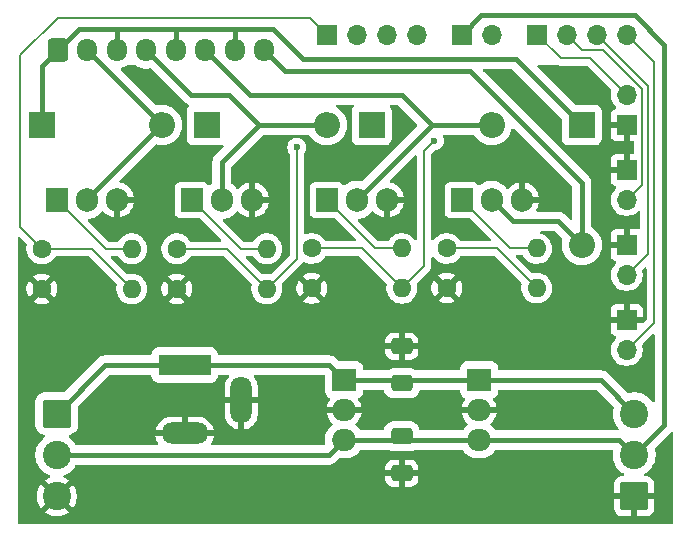
<source format=gtl>
G04 #@! TF.GenerationSoftware,KiCad,Pcbnew,9.0.0*
G04 #@! TF.CreationDate,2025-03-07T23:57:34+01:00*
G04 #@! TF.ProjectId,pcb,7063622e-6b69-4636-9164-5f7063625858,rev?*
G04 #@! TF.SameCoordinates,Original*
G04 #@! TF.FileFunction,Copper,L1,Top*
G04 #@! TF.FilePolarity,Positive*
%FSLAX46Y46*%
G04 Gerber Fmt 4.6, Leading zero omitted, Abs format (unit mm)*
G04 Created by KiCad (PCBNEW 9.0.0) date 2025-03-07 23:57:34*
%MOMM*%
%LPD*%
G01*
G04 APERTURE LIST*
G04 Aperture macros list*
%AMRoundRect*
0 Rectangle with rounded corners*
0 $1 Rounding radius*
0 $2 $3 $4 $5 $6 $7 $8 $9 X,Y pos of 4 corners*
0 Add a 4 corners polygon primitive as box body*
4,1,4,$2,$3,$4,$5,$6,$7,$8,$9,$2,$3,0*
0 Add four circle primitives for the rounded corners*
1,1,$1+$1,$2,$3*
1,1,$1+$1,$4,$5*
1,1,$1+$1,$6,$7*
1,1,$1+$1,$8,$9*
0 Add four rect primitives between the rounded corners*
20,1,$1+$1,$2,$3,$4,$5,0*
20,1,$1+$1,$4,$5,$6,$7,0*
20,1,$1+$1,$6,$7,$8,$9,0*
20,1,$1+$1,$8,$9,$2,$3,0*%
G04 Aperture macros list end*
G04 #@! TA.AperFunction,ComponentPad*
%ADD10R,2.200000X2.200000*%
G04 #@! TD*
G04 #@! TA.AperFunction,ComponentPad*
%ADD11O,2.200000X2.200000*%
G04 #@! TD*
G04 #@! TA.AperFunction,ComponentPad*
%ADD12R,1.700000X1.700000*%
G04 #@! TD*
G04 #@! TA.AperFunction,ComponentPad*
%ADD13O,1.700000X1.700000*%
G04 #@! TD*
G04 #@! TA.AperFunction,ComponentPad*
%ADD14RoundRect,0.250000X-0.600000X-0.725000X0.600000X-0.725000X0.600000X0.725000X-0.600000X0.725000X0*%
G04 #@! TD*
G04 #@! TA.AperFunction,ComponentPad*
%ADD15O,1.700000X1.950000*%
G04 #@! TD*
G04 #@! TA.AperFunction,ComponentPad*
%ADD16R,2.000000X1.905000*%
G04 #@! TD*
G04 #@! TA.AperFunction,ComponentPad*
%ADD17O,2.000000X1.905000*%
G04 #@! TD*
G04 #@! TA.AperFunction,ComponentPad*
%ADD18O,1.905000X2.000000*%
G04 #@! TD*
G04 #@! TA.AperFunction,ComponentPad*
%ADD19R,1.905000X2.000000*%
G04 #@! TD*
G04 #@! TA.AperFunction,ComponentPad*
%ADD20C,1.600000*%
G04 #@! TD*
G04 #@! TA.AperFunction,ComponentPad*
%ADD21O,1.600000X1.600000*%
G04 #@! TD*
G04 #@! TA.AperFunction,ComponentPad*
%ADD22R,4.400000X1.800000*%
G04 #@! TD*
G04 #@! TA.AperFunction,ComponentPad*
%ADD23O,4.000000X1.800000*%
G04 #@! TD*
G04 #@! TA.AperFunction,ComponentPad*
%ADD24O,1.800000X4.000000*%
G04 #@! TD*
G04 #@! TA.AperFunction,SMDPad,CuDef*
%ADD25RoundRect,0.250000X0.650000X-0.412500X0.650000X0.412500X-0.650000X0.412500X-0.650000X-0.412500X0*%
G04 #@! TD*
G04 #@! TA.AperFunction,ComponentPad*
%ADD26RoundRect,0.250001X-0.949999X0.949999X-0.949999X-0.949999X0.949999X-0.949999X0.949999X0.949999X0*%
G04 #@! TD*
G04 #@! TA.AperFunction,ComponentPad*
%ADD27C,2.400000*%
G04 #@! TD*
G04 #@! TA.AperFunction,ComponentPad*
%ADD28RoundRect,0.250001X0.949999X-0.949999X0.949999X0.949999X-0.949999X0.949999X-0.949999X-0.949999X0*%
G04 #@! TD*
G04 #@! TA.AperFunction,SMDPad,CuDef*
%ADD29RoundRect,0.250000X-0.650000X0.412500X-0.650000X-0.412500X0.650000X-0.412500X0.650000X0.412500X0*%
G04 #@! TD*
G04 #@! TA.AperFunction,ViaPad*
%ADD30C,0.600000*%
G04 #@! TD*
G04 #@! TA.AperFunction,Conductor*
%ADD31C,0.406400*%
G04 #@! TD*
G04 #@! TA.AperFunction,Conductor*
%ADD32C,0.203200*%
G04 #@! TD*
G04 APERTURE END LIST*
D10*
X91440000Y-48260000D03*
D11*
X101600000Y-48260000D03*
D10*
X105410000Y-48260000D03*
D11*
X115570000Y-48260000D03*
D12*
X140970000Y-64770000D03*
D13*
X140970000Y-67310000D03*
D14*
X92790000Y-41910000D03*
D15*
X95290000Y-41910000D03*
X97790000Y-41910000D03*
X100290000Y-41910000D03*
X102790000Y-41910000D03*
X105290000Y-41910000D03*
X107790000Y-41910000D03*
X110290000Y-41910000D03*
D12*
X140970000Y-48260000D03*
D13*
X140970000Y-45720000D03*
D16*
X117035000Y-69850000D03*
D17*
X117035000Y-72390000D03*
X117035000Y-74930000D03*
D18*
X95250000Y-54610000D03*
D19*
X92710000Y-54610000D03*
D18*
X97790000Y-54610000D03*
D20*
X114300000Y-62103000D03*
D21*
X121920000Y-62103000D03*
D20*
X91440000Y-58745000D03*
D21*
X99060000Y-58745000D03*
D12*
X140970000Y-52070000D03*
D13*
X140970000Y-54610000D03*
D20*
X91440000Y-62145000D03*
D21*
X99060000Y-62145000D03*
D17*
X128465000Y-74930000D03*
X128465000Y-72390000D03*
D16*
X128465000Y-69850000D03*
D10*
X119380000Y-48260000D03*
D11*
X129540000Y-48260000D03*
D18*
X118110000Y-54610000D03*
D19*
X115570000Y-54610000D03*
D18*
X120650000Y-54610000D03*
X106680000Y-54610000D03*
D19*
X104140000Y-54610000D03*
D18*
X109220000Y-54610000D03*
D10*
X137160000Y-48260000D03*
D11*
X137160000Y-58420000D03*
D22*
X103540000Y-68580000D03*
D23*
X103540000Y-74380000D03*
D24*
X108340000Y-71580000D03*
D12*
X140970000Y-58420000D03*
D13*
X140970000Y-60960000D03*
D20*
X125730000Y-58724800D03*
D21*
X133350000Y-58724800D03*
D25*
X121920000Y-70142500D03*
X121920000Y-67017500D03*
D26*
X92710000Y-72700000D03*
D27*
X92710000Y-76200000D03*
X92710000Y-79700000D03*
D20*
X114300000Y-58724800D03*
D21*
X121920000Y-58724800D03*
D20*
X102870000Y-62145000D03*
D21*
X110490000Y-62145000D03*
D12*
X115570000Y-40640000D03*
D13*
X118110000Y-40640000D03*
X120650000Y-40640000D03*
X123190000Y-40640000D03*
D12*
X127000000Y-40640000D03*
D13*
X129540000Y-40640000D03*
D28*
X141605000Y-79700000D03*
D27*
X141605000Y-76200000D03*
X141605000Y-72700000D03*
D20*
X125730000Y-62077600D03*
D21*
X133350000Y-62077600D03*
D29*
X121920000Y-74637500D03*
X121920000Y-77762500D03*
D20*
X102870000Y-58745000D03*
D21*
X110490000Y-58745000D03*
D18*
X129540000Y-54610000D03*
D19*
X127000000Y-54610000D03*
D18*
X132080000Y-54610000D03*
D12*
X133350000Y-40640000D03*
D13*
X135890000Y-40640000D03*
X138430000Y-40640000D03*
X140970000Y-40640000D03*
D30*
X113030000Y-50165000D03*
X124689817Y-49598496D03*
D31*
X115765000Y-68580000D02*
X117035000Y-69850000D01*
X103540000Y-68580000D02*
X115765000Y-68580000D01*
X115765000Y-76200000D02*
X92710000Y-76200000D01*
X117035000Y-74930000D02*
X115765000Y-76200000D01*
X113529969Y-42672000D02*
X115062000Y-42672000D01*
X117035000Y-69850000D02*
X128465000Y-69850000D01*
X102790000Y-40121200D02*
X102790000Y-41910000D01*
X97790000Y-40121200D02*
X97790000Y-41910000D01*
X110979169Y-40121200D02*
X113529969Y-42672000D01*
X94578800Y-40121200D02*
X92790000Y-41910000D01*
X128465000Y-69850000D02*
X138755000Y-69850000D01*
X131572000Y-42672000D02*
X137160000Y-48260000D01*
X91440000Y-48260000D02*
X91440000Y-43260000D01*
X97790000Y-40121200D02*
X94578800Y-40121200D01*
X102790000Y-40121200D02*
X97790000Y-40121200D01*
X106001200Y-40121200D02*
X110979169Y-40121200D01*
X107790000Y-40215200D02*
X107696000Y-40121200D01*
X106001200Y-40121200D02*
X102790000Y-40121200D01*
X91440000Y-43260000D02*
X92790000Y-41910000D01*
X96830000Y-68580000D02*
X92710000Y-72700000D01*
X103540000Y-68580000D02*
X96830000Y-68580000D01*
X138755000Y-69850000D02*
X141605000Y-72700000D01*
X107790000Y-41910000D02*
X107790000Y-40215200D01*
X115062000Y-42672000D02*
X131572000Y-42672000D01*
X107696000Y-40121200D02*
X106001200Y-40121200D01*
X140335000Y-74930000D02*
X141605000Y-76200000D01*
X141659169Y-38976200D02*
X144160800Y-41477831D01*
X117035000Y-74930000D02*
X128465000Y-74930000D01*
X128663800Y-38976200D02*
X141659169Y-38976200D01*
X127000000Y-40640000D02*
X128663800Y-38976200D01*
X128465000Y-74930000D02*
X140335000Y-74930000D01*
X144160800Y-73644200D02*
X141605000Y-76200000D01*
X144160800Y-41477831D02*
X144160800Y-73644200D01*
X101552500Y-48260000D02*
X101600000Y-48260000D01*
X95250000Y-54610000D02*
X95250000Y-54562500D01*
X95290000Y-41950000D02*
X95290000Y-41910000D01*
X101600000Y-48260000D02*
X95290000Y-41950000D01*
X95250000Y-54562500D02*
X101552500Y-48260000D01*
X104100000Y-45720000D02*
X100290000Y-41910000D01*
X109855000Y-48260000D02*
X112982500Y-48260000D01*
X106680000Y-51435000D02*
X109855000Y-48260000D01*
X109863800Y-48260000D02*
X107323800Y-45720000D01*
X112982500Y-48260000D02*
X115570000Y-48260000D01*
X106680000Y-54610000D02*
X106680000Y-51435000D01*
X112982500Y-48260000D02*
X109863800Y-48260000D01*
X107323800Y-45720000D02*
X104100000Y-45720000D01*
X109100000Y-45720000D02*
X105290000Y-41910000D01*
X124454575Y-48260000D02*
X121914575Y-45720000D01*
X118110000Y-54610000D02*
X118110000Y-54604575D01*
X124454575Y-48260000D02*
X129540000Y-48260000D01*
X118110000Y-54604575D02*
X124454575Y-48260000D01*
X121914575Y-45720000D02*
X109100000Y-45720000D01*
X131306300Y-56423800D02*
X129540000Y-54657500D01*
X129540000Y-54657500D02*
X129540000Y-54610000D01*
X137160000Y-53173478D02*
X127675522Y-43689000D01*
X112069000Y-43689000D02*
X110290000Y-41910000D01*
X137160000Y-58420000D02*
X137160000Y-53173478D01*
X127675522Y-43689000D02*
X112069000Y-43689000D01*
X137160000Y-58420000D02*
X135163800Y-56423800D01*
X135163800Y-56423800D02*
X131306300Y-56423800D01*
D32*
X133350000Y-40640000D02*
X133374572Y-40640000D01*
X133374572Y-40640000D02*
X135372372Y-42637800D01*
X135372372Y-42637800D02*
X137887800Y-42637800D01*
X137887800Y-42637800D02*
X140970000Y-45720000D01*
X142736400Y-44946400D02*
X142736400Y-59193600D01*
X142736400Y-59193600D02*
X140970000Y-60960000D01*
X138430000Y-40640000D02*
X142736400Y-44946400D01*
X143245400Y-65034600D02*
X140970000Y-67310000D01*
X143245400Y-42915400D02*
X143245400Y-65034600D01*
X140970000Y-40640000D02*
X143245400Y-42915400D01*
X135890000Y-40640000D02*
X137147400Y-41897400D01*
X142227400Y-45199167D02*
X142227400Y-53352600D01*
X137147400Y-41897400D02*
X138925633Y-41897400D01*
X138925633Y-41897400D02*
X142227400Y-45199167D01*
X142227400Y-53352600D02*
X140970000Y-54610000D01*
X110490000Y-62145000D02*
X113030000Y-59605000D01*
X113030000Y-59605000D02*
X113030000Y-50165000D01*
X102870000Y-58745000D02*
X107090000Y-58745000D01*
X107090000Y-58745000D02*
X110490000Y-62145000D01*
X92801516Y-39205800D02*
X89627800Y-42379516D01*
X91440000Y-58745000D02*
X95660000Y-58745000D01*
X95660000Y-58745000D02*
X99060000Y-62145000D01*
X89627800Y-56932800D02*
X91440000Y-58745000D01*
X115570000Y-40640000D02*
X114135800Y-39205800D01*
X114135800Y-39205800D02*
X92801516Y-39205800D01*
X89627800Y-42379516D02*
X89627800Y-56932800D01*
X96845000Y-58745000D02*
X99060000Y-58745000D01*
X92710000Y-54610000D02*
X96845000Y-58745000D01*
X104140000Y-54610000D02*
X108275000Y-58745000D01*
X108275000Y-58745000D02*
X110490000Y-58745000D01*
X115570000Y-54610000D02*
X119634000Y-58674000D01*
X119634000Y-58674000D02*
X121920000Y-58674000D01*
X131064000Y-58674000D02*
X133350000Y-58674000D01*
X127000000Y-54610000D02*
X131064000Y-58674000D01*
X123825000Y-60198000D02*
X121920000Y-62103000D01*
X124689817Y-49598496D02*
X123825000Y-50463313D01*
X123825000Y-50463313D02*
X123825000Y-60198000D01*
X118541800Y-58724800D02*
X121920000Y-62103000D01*
X114300000Y-58724800D02*
X118541800Y-58724800D01*
X129997200Y-58724800D02*
X133350000Y-62077600D01*
X125730000Y-58724800D02*
X129997200Y-58724800D01*
G04 #@! TA.AperFunction,Conductor*
G36*
X99408635Y-43199685D02*
G01*
X99414481Y-43203682D01*
X99514032Y-43276009D01*
X99524741Y-43283790D01*
X99616136Y-43330358D01*
X99729511Y-43388126D01*
X99729513Y-43388126D01*
X99729516Y-43388128D01*
X99846677Y-43426196D01*
X99948091Y-43459148D01*
X100175083Y-43495100D01*
X100175088Y-43495100D01*
X100404917Y-43495100D01*
X100618763Y-43461230D01*
X100688056Y-43470185D01*
X100725842Y-43496022D01*
X103581546Y-46351727D01*
X103581549Y-46351730D01*
X103661404Y-46405087D01*
X103661403Y-46405087D01*
X103714755Y-46440735D01*
X103714762Y-46440739D01*
X103862699Y-46502016D01*
X103917103Y-46545857D01*
X103939168Y-46612151D01*
X103921889Y-46679850D01*
X103902929Y-46704258D01*
X103824096Y-46783091D01*
X103824093Y-46783095D01*
X103745627Y-46915775D01*
X103745626Y-46915778D01*
X103702622Y-47063796D01*
X103702621Y-47063802D01*
X103699900Y-47098381D01*
X103699900Y-49421601D01*
X103699901Y-49421623D01*
X103702622Y-49456200D01*
X103745626Y-49604221D01*
X103745627Y-49604224D01*
X103824093Y-49736904D01*
X103824099Y-49736912D01*
X103933087Y-49845900D01*
X103933091Y-49845903D01*
X103933093Y-49845905D01*
X104065774Y-49924372D01*
X104090302Y-49931498D01*
X104213796Y-49967377D01*
X104213799Y-49967377D01*
X104213801Y-49967378D01*
X104248387Y-49970100D01*
X106571612Y-49970099D01*
X106606199Y-49967378D01*
X106693884Y-49941903D01*
X106763750Y-49942102D01*
X106822421Y-49980043D01*
X106851265Y-50043682D01*
X106841124Y-50112811D01*
X106816158Y-50148660D01*
X106048271Y-50916547D01*
X106048265Y-50916555D01*
X105976220Y-51024379D01*
X105976219Y-51024381D01*
X105959267Y-51049750D01*
X105959259Y-51049764D01*
X105897956Y-51197764D01*
X105897953Y-51197774D01*
X105866700Y-51354894D01*
X105866700Y-53158736D01*
X105865158Y-53163986D01*
X105866245Y-53169349D01*
X105855419Y-53197153D01*
X105847015Y-53225775D01*
X105842353Y-53230710D01*
X105840895Y-53234457D01*
X105815584Y-53259055D01*
X105680913Y-53356897D01*
X105615107Y-53380376D01*
X105547053Y-53364550D01*
X105508762Y-53330889D01*
X105507661Y-53329418D01*
X105450046Y-53252454D01*
X105414767Y-53226044D01*
X105334835Y-53166206D01*
X105334828Y-53166202D01*
X105199982Y-53115908D01*
X105199983Y-53115908D01*
X105140383Y-53109501D01*
X105140381Y-53109500D01*
X105140373Y-53109500D01*
X105140364Y-53109500D01*
X103139629Y-53109500D01*
X103139623Y-53109501D01*
X103080016Y-53115908D01*
X102945171Y-53166202D01*
X102945164Y-53166206D01*
X102829955Y-53252452D01*
X102829952Y-53252455D01*
X102743706Y-53367664D01*
X102743702Y-53367671D01*
X102693408Y-53502517D01*
X102687001Y-53562116D01*
X102687000Y-53562135D01*
X102687000Y-55657870D01*
X102687001Y-55657876D01*
X102693408Y-55717483D01*
X102743702Y-55852328D01*
X102743706Y-55852335D01*
X102829952Y-55967544D01*
X102829955Y-55967547D01*
X102945164Y-56053793D01*
X102945171Y-56053797D01*
X103080017Y-56104091D01*
X103080016Y-56104091D01*
X103086944Y-56104835D01*
X103139627Y-56110500D01*
X104737639Y-56110499D01*
X104804678Y-56130184D01*
X104825320Y-56146818D01*
X106609721Y-57931219D01*
X106643206Y-57992542D01*
X106638222Y-58062234D01*
X106596350Y-58118167D01*
X106530886Y-58142584D01*
X106522040Y-58142900D01*
X104098786Y-58142900D01*
X104031747Y-58123215D01*
X103988302Y-58075195D01*
X103982287Y-58063390D01*
X103861966Y-57897781D01*
X103717219Y-57753034D01*
X103717213Y-57753028D01*
X103551613Y-57632715D01*
X103551612Y-57632714D01*
X103551610Y-57632713D01*
X103494653Y-57603691D01*
X103369223Y-57539781D01*
X103174534Y-57476522D01*
X102999995Y-57448878D01*
X102972352Y-57444500D01*
X102767648Y-57444500D01*
X102743329Y-57448351D01*
X102565465Y-57476522D01*
X102370776Y-57539781D01*
X102188386Y-57632715D01*
X102022786Y-57753028D01*
X101878028Y-57897786D01*
X101757715Y-58063386D01*
X101664781Y-58245776D01*
X101601522Y-58440465D01*
X101569500Y-58642648D01*
X101569500Y-58847351D01*
X101601522Y-59049534D01*
X101664781Y-59244223D01*
X101722126Y-59356766D01*
X101729952Y-59372127D01*
X101757715Y-59426613D01*
X101878028Y-59592213D01*
X102022786Y-59736971D01*
X102160583Y-59837084D01*
X102188390Y-59857287D01*
X102304607Y-59916503D01*
X102370776Y-59950218D01*
X102370778Y-59950218D01*
X102370781Y-59950220D01*
X102446117Y-59974698D01*
X102565465Y-60013477D01*
X102640112Y-60025300D01*
X102767648Y-60045500D01*
X102767649Y-60045500D01*
X102972351Y-60045500D01*
X102972352Y-60045500D01*
X103174534Y-60013477D01*
X103369219Y-59950220D01*
X103372395Y-59948602D01*
X103393141Y-59938031D01*
X103551610Y-59857287D01*
X103682182Y-59762422D01*
X103717213Y-59736971D01*
X103717215Y-59736968D01*
X103717219Y-59736966D01*
X103861966Y-59592219D01*
X103982287Y-59426610D01*
X103988301Y-59414804D01*
X104036274Y-59364010D01*
X104098786Y-59347100D01*
X106789240Y-59347100D01*
X106856279Y-59366785D01*
X106876921Y-59383419D01*
X109195367Y-61701865D01*
X109228852Y-61763188D01*
X109225618Y-61827862D01*
X109221522Y-61840466D01*
X109189500Y-62042648D01*
X109189500Y-62247351D01*
X109221522Y-62449534D01*
X109284781Y-62644223D01*
X109343238Y-62758949D01*
X109377585Y-62826359D01*
X109377715Y-62826613D01*
X109498028Y-62992213D01*
X109642786Y-63136971D01*
X109749992Y-63214859D01*
X109808390Y-63257287D01*
X109924607Y-63316503D01*
X109990776Y-63350218D01*
X109990778Y-63350218D01*
X109990781Y-63350220D01*
X110075048Y-63377600D01*
X110185465Y-63413477D01*
X110267076Y-63426403D01*
X110387648Y-63445500D01*
X110387649Y-63445500D01*
X110592351Y-63445500D01*
X110592352Y-63445500D01*
X110794534Y-63413477D01*
X110989219Y-63350220D01*
X111171610Y-63257287D01*
X111274582Y-63182474D01*
X111337213Y-63136971D01*
X111337215Y-63136968D01*
X111337219Y-63136966D01*
X111481966Y-62992219D01*
X111481968Y-62992215D01*
X111481971Y-62992213D01*
X111534732Y-62919590D01*
X111602287Y-62826610D01*
X111695220Y-62644219D01*
X111758477Y-62449534D01*
X111790500Y-62247352D01*
X111790500Y-62042648D01*
X111783853Y-62000682D01*
X113000000Y-62000682D01*
X113000000Y-62205317D01*
X113032009Y-62407417D01*
X113095244Y-62602031D01*
X113188141Y-62784350D01*
X113188147Y-62784359D01*
X113220523Y-62828921D01*
X113220524Y-62828922D01*
X113900000Y-62149446D01*
X113900000Y-62155661D01*
X113927259Y-62257394D01*
X113979920Y-62348606D01*
X114054394Y-62423080D01*
X114145606Y-62475741D01*
X114247339Y-62503000D01*
X114253553Y-62503000D01*
X113574076Y-63182474D01*
X113618650Y-63214859D01*
X113800968Y-63307755D01*
X113995582Y-63370990D01*
X114197683Y-63403000D01*
X114402317Y-63403000D01*
X114604417Y-63370990D01*
X114799031Y-63307755D01*
X114981349Y-63214859D01*
X115025921Y-63182474D01*
X114346447Y-62503000D01*
X114352661Y-62503000D01*
X114454394Y-62475741D01*
X114545606Y-62423080D01*
X114620080Y-62348606D01*
X114672741Y-62257394D01*
X114700000Y-62155661D01*
X114700000Y-62149448D01*
X115379474Y-62828922D01*
X115379474Y-62828921D01*
X115411859Y-62784349D01*
X115504755Y-62602031D01*
X115567990Y-62407417D01*
X115600000Y-62205317D01*
X115600000Y-62000682D01*
X115567990Y-61798582D01*
X115504755Y-61603968D01*
X115411859Y-61421650D01*
X115379474Y-61377077D01*
X115379474Y-61377076D01*
X114700000Y-62056551D01*
X114700000Y-62050339D01*
X114672741Y-61948606D01*
X114620080Y-61857394D01*
X114545606Y-61782920D01*
X114454394Y-61730259D01*
X114352661Y-61703000D01*
X114346446Y-61703000D01*
X115025922Y-61023524D01*
X115025921Y-61023523D01*
X114981359Y-60991147D01*
X114981350Y-60991141D01*
X114799031Y-60898244D01*
X114604417Y-60835009D01*
X114402317Y-60803000D01*
X114197683Y-60803000D01*
X113995582Y-60835009D01*
X113800968Y-60898244D01*
X113618644Y-60991143D01*
X113574077Y-61023523D01*
X113574077Y-61023524D01*
X114253554Y-61703000D01*
X114247339Y-61703000D01*
X114145606Y-61730259D01*
X114054394Y-61782920D01*
X113979920Y-61857394D01*
X113927259Y-61948606D01*
X113900000Y-62050339D01*
X113900000Y-62056553D01*
X113220524Y-61377077D01*
X113220523Y-61377077D01*
X113188143Y-61421644D01*
X113095244Y-61603968D01*
X113032009Y-61798582D01*
X113000000Y-62000682D01*
X111783853Y-62000682D01*
X111758477Y-61840466D01*
X111751697Y-61819599D01*
X111750191Y-61811045D01*
X111753146Y-61784611D01*
X111752387Y-61758020D01*
X111757021Y-61749948D01*
X111757954Y-61741608D01*
X111771090Y-61725447D01*
X111784630Y-61701866D01*
X113511800Y-59974698D01*
X113538582Y-59928308D01*
X113589146Y-59880094D01*
X113657753Y-59866869D01*
X113702264Y-59879823D01*
X113800776Y-59930018D01*
X113800778Y-59930018D01*
X113800781Y-59930020D01*
X113883922Y-59957034D01*
X113995465Y-59993277D01*
X114096557Y-60009288D01*
X114197648Y-60025300D01*
X114197649Y-60025300D01*
X114402351Y-60025300D01*
X114402352Y-60025300D01*
X114604534Y-59993277D01*
X114799219Y-59930020D01*
X114981610Y-59837087D01*
X115074590Y-59769532D01*
X115147213Y-59716771D01*
X115147215Y-59716768D01*
X115147219Y-59716766D01*
X115291966Y-59572019D01*
X115412287Y-59406410D01*
X115418301Y-59394604D01*
X115466274Y-59343810D01*
X115528786Y-59326900D01*
X118241040Y-59326900D01*
X118308079Y-59346585D01*
X118328721Y-59363219D01*
X120625367Y-61659865D01*
X120658852Y-61721188D01*
X120655618Y-61785862D01*
X120651522Y-61798466D01*
X120621059Y-61990804D01*
X120619500Y-62000648D01*
X120619500Y-62205352D01*
X120620483Y-62211557D01*
X120651522Y-62407534D01*
X120714781Y-62602223D01*
X120778691Y-62727653D01*
X120807585Y-62784359D01*
X120807715Y-62784613D01*
X120928028Y-62950213D01*
X121072786Y-63094971D01*
X121227749Y-63207556D01*
X121238390Y-63215287D01*
X121319980Y-63256859D01*
X121420776Y-63308218D01*
X121420778Y-63308218D01*
X121420781Y-63308220D01*
X121525137Y-63342127D01*
X121615465Y-63371477D01*
X121654124Y-63377600D01*
X121817648Y-63403500D01*
X121817649Y-63403500D01*
X122022351Y-63403500D01*
X122022352Y-63403500D01*
X122224534Y-63371477D01*
X122419219Y-63308220D01*
X122601610Y-63215287D01*
X122709409Y-63136967D01*
X122767213Y-63094971D01*
X122767215Y-63094968D01*
X122767219Y-63094966D01*
X122911966Y-62950219D01*
X122911968Y-62950215D01*
X122911971Y-62950213D01*
X122969579Y-62870921D01*
X123032287Y-62784610D01*
X123125220Y-62602219D01*
X123188477Y-62407534D01*
X123220500Y-62205352D01*
X123220500Y-62000648D01*
X123216482Y-61975282D01*
X124430000Y-61975282D01*
X124430000Y-62179917D01*
X124462009Y-62382017D01*
X124525244Y-62576631D01*
X124618141Y-62758950D01*
X124618147Y-62758959D01*
X124650523Y-62803521D01*
X124650524Y-62803522D01*
X125330000Y-62124046D01*
X125330000Y-62130261D01*
X125357259Y-62231994D01*
X125409920Y-62323206D01*
X125484394Y-62397680D01*
X125575606Y-62450341D01*
X125677339Y-62477600D01*
X125683553Y-62477600D01*
X125004076Y-63157074D01*
X125048650Y-63189459D01*
X125230968Y-63282355D01*
X125425582Y-63345590D01*
X125627683Y-63377600D01*
X125832317Y-63377600D01*
X126034417Y-63345590D01*
X126229031Y-63282355D01*
X126411349Y-63189459D01*
X126455921Y-63157074D01*
X125776447Y-62477600D01*
X125782661Y-62477600D01*
X125884394Y-62450341D01*
X125975606Y-62397680D01*
X126050080Y-62323206D01*
X126102741Y-62231994D01*
X126130000Y-62130261D01*
X126130000Y-62124047D01*
X126809474Y-62803521D01*
X126841859Y-62758949D01*
X126934755Y-62576631D01*
X126997990Y-62382017D01*
X127030000Y-62179917D01*
X127030000Y-61975282D01*
X126997990Y-61773182D01*
X126934755Y-61578568D01*
X126841859Y-61396250D01*
X126809474Y-61351677D01*
X126809474Y-61351676D01*
X126130000Y-62031151D01*
X126130000Y-62024939D01*
X126102741Y-61923206D01*
X126050080Y-61831994D01*
X125975606Y-61757520D01*
X125884394Y-61704859D01*
X125782661Y-61677600D01*
X125776446Y-61677600D01*
X126455922Y-60998124D01*
X126455921Y-60998123D01*
X126411359Y-60965747D01*
X126411350Y-60965741D01*
X126229031Y-60872844D01*
X126034417Y-60809609D01*
X125832317Y-60777600D01*
X125627683Y-60777600D01*
X125425582Y-60809609D01*
X125230968Y-60872844D01*
X125048644Y-60965743D01*
X125004077Y-60998123D01*
X125004077Y-60998124D01*
X125683554Y-61677600D01*
X125677339Y-61677600D01*
X125575606Y-61704859D01*
X125484394Y-61757520D01*
X125409920Y-61831994D01*
X125357259Y-61923206D01*
X125330000Y-62024939D01*
X125330000Y-62031153D01*
X124650524Y-61351677D01*
X124650523Y-61351677D01*
X124618143Y-61396244D01*
X124525244Y-61578568D01*
X124462009Y-61773182D01*
X124430000Y-61975282D01*
X123216482Y-61975282D01*
X123188477Y-61798466D01*
X123181673Y-61777526D01*
X123180164Y-61768889D01*
X123183144Y-61742536D01*
X123182387Y-61716020D01*
X123187063Y-61707875D01*
X123188015Y-61699462D01*
X123201147Y-61683348D01*
X123214630Y-61659866D01*
X124306800Y-60567698D01*
X124353918Y-60486086D01*
X124386067Y-60430402D01*
X124427100Y-60277268D01*
X124427100Y-59525687D01*
X124446785Y-59458648D01*
X124499589Y-59412893D01*
X124568747Y-59402949D01*
X124632303Y-59431974D01*
X124651416Y-59452799D01*
X124694496Y-59512093D01*
X124738034Y-59572019D01*
X124882786Y-59716771D01*
X125004155Y-59804949D01*
X125048390Y-59837087D01*
X125132796Y-59880094D01*
X125230776Y-59930018D01*
X125230778Y-59930018D01*
X125230781Y-59930020D01*
X125313922Y-59957034D01*
X125425465Y-59993277D01*
X125526557Y-60009288D01*
X125627648Y-60025300D01*
X125627649Y-60025300D01*
X125832351Y-60025300D01*
X125832352Y-60025300D01*
X126034534Y-59993277D01*
X126229219Y-59930020D01*
X126411610Y-59837087D01*
X126504590Y-59769532D01*
X126577213Y-59716771D01*
X126577215Y-59716768D01*
X126577219Y-59716766D01*
X126721966Y-59572019D01*
X126842287Y-59406410D01*
X126848301Y-59394604D01*
X126896274Y-59343810D01*
X126958786Y-59326900D01*
X129696440Y-59326900D01*
X129763479Y-59346585D01*
X129784121Y-59363219D01*
X132055367Y-61634465D01*
X132088852Y-61695788D01*
X132085618Y-61760462D01*
X132081522Y-61773066D01*
X132049500Y-61975248D01*
X132049500Y-62179951D01*
X132081522Y-62382134D01*
X132144781Y-62576823D01*
X132179026Y-62644031D01*
X132237585Y-62758959D01*
X132237715Y-62759213D01*
X132358028Y-62924813D01*
X132502786Y-63069571D01*
X132623226Y-63157074D01*
X132668390Y-63189887D01*
X132736271Y-63224474D01*
X132850776Y-63282818D01*
X132850778Y-63282818D01*
X132850781Y-63282820D01*
X132927523Y-63307755D01*
X133045465Y-63346077D01*
X133071623Y-63350220D01*
X133247648Y-63378100D01*
X133247649Y-63378100D01*
X133452351Y-63378100D01*
X133452352Y-63378100D01*
X133654534Y-63346077D01*
X133849219Y-63282820D01*
X134031610Y-63189887D01*
X134162252Y-63094971D01*
X134197213Y-63069571D01*
X134197215Y-63069568D01*
X134197219Y-63069566D01*
X134341966Y-62924819D01*
X134341968Y-62924815D01*
X134341971Y-62924813D01*
X134394732Y-62852190D01*
X134462287Y-62759210D01*
X134555220Y-62576819D01*
X134618477Y-62382134D01*
X134650500Y-62179952D01*
X134650500Y-61975248D01*
X134638486Y-61899394D01*
X134618477Y-61773065D01*
X134577180Y-61645968D01*
X134555220Y-61578381D01*
X134555218Y-61578378D01*
X134555218Y-61578376D01*
X134504283Y-61478412D01*
X134462287Y-61395990D01*
X134430092Y-61351677D01*
X134341971Y-61230386D01*
X134197213Y-61085628D01*
X134031613Y-60965315D01*
X134031612Y-60965314D01*
X134031610Y-60965313D01*
X133974653Y-60936291D01*
X133849223Y-60872381D01*
X133654534Y-60809122D01*
X133479995Y-60781478D01*
X133452352Y-60777100D01*
X133247648Y-60777100D01*
X133220004Y-60781478D01*
X133045466Y-60809122D01*
X133032862Y-60813218D01*
X132963021Y-60815212D01*
X132906865Y-60782967D01*
X131611679Y-59487781D01*
X131578194Y-59426458D01*
X131583178Y-59356766D01*
X131625050Y-59300833D01*
X131690514Y-59276416D01*
X131699360Y-59276100D01*
X132095329Y-59276100D01*
X132162368Y-59295785D01*
X132205814Y-59343805D01*
X132222917Y-59377372D01*
X132237715Y-59406413D01*
X132358028Y-59572013D01*
X132502786Y-59716771D01*
X132624155Y-59804949D01*
X132668390Y-59837087D01*
X132752796Y-59880094D01*
X132850776Y-59930018D01*
X132850778Y-59930018D01*
X132850781Y-59930020D01*
X132933922Y-59957034D01*
X133045465Y-59993277D01*
X133146557Y-60009288D01*
X133247648Y-60025300D01*
X133247649Y-60025300D01*
X133452351Y-60025300D01*
X133452352Y-60025300D01*
X133654534Y-59993277D01*
X133849219Y-59930020D01*
X134031610Y-59837087D01*
X134124590Y-59769532D01*
X134197213Y-59716771D01*
X134197215Y-59716768D01*
X134197219Y-59716766D01*
X134341966Y-59572019D01*
X134341968Y-59572015D01*
X134341971Y-59572013D01*
X134424334Y-59458648D01*
X134462287Y-59406410D01*
X134555220Y-59224019D01*
X134618477Y-59029334D01*
X134650500Y-58827152D01*
X134650500Y-58622448D01*
X134628861Y-58485826D01*
X134618477Y-58420265D01*
X134589127Y-58329937D01*
X134555220Y-58225581D01*
X134555218Y-58225578D01*
X134555218Y-58225576D01*
X134512931Y-58142584D01*
X134462287Y-58043190D01*
X134443713Y-58017625D01*
X134341971Y-57877586D01*
X134197213Y-57732828D01*
X134031613Y-57612515D01*
X134031612Y-57612514D01*
X134031610Y-57612513D01*
X133969472Y-57580852D01*
X133849223Y-57519581D01*
X133724422Y-57479031D01*
X133666747Y-57439593D01*
X133639549Y-57375234D01*
X133651464Y-57306388D01*
X133698708Y-57254912D01*
X133762741Y-57237100D01*
X134775558Y-57237100D01*
X134842597Y-57256785D01*
X134863239Y-57273419D01*
X135470024Y-57880204D01*
X135503509Y-57941527D01*
X135502118Y-57999977D01*
X135479164Y-58085645D01*
X135479161Y-58085661D01*
X135449900Y-58307906D01*
X135449900Y-58532093D01*
X135464456Y-58642648D01*
X135479161Y-58754340D01*
X135514419Y-58885925D01*
X135537180Y-58970872D01*
X135537183Y-58970882D01*
X135622965Y-59177977D01*
X135622970Y-59177988D01*
X135735048Y-59372111D01*
X135735059Y-59372127D01*
X135871518Y-59549964D01*
X135871524Y-59549971D01*
X136030028Y-59708475D01*
X136030035Y-59708481D01*
X136067164Y-59736971D01*
X136207881Y-59844947D01*
X136207888Y-59844951D01*
X136402011Y-59957029D01*
X136402016Y-59957031D01*
X136402019Y-59957033D01*
X136609127Y-60042820D01*
X136825660Y-60100839D01*
X137047914Y-60130100D01*
X137047921Y-60130100D01*
X137272079Y-60130100D01*
X137272086Y-60130100D01*
X137494340Y-60100839D01*
X137710873Y-60042820D01*
X137917981Y-59957033D01*
X138112119Y-59844947D01*
X138289966Y-59708480D01*
X138448480Y-59549966D01*
X138584947Y-59372119D01*
X138697033Y-59177981D01*
X138782820Y-58970873D01*
X138840839Y-58754340D01*
X138870100Y-58532086D01*
X138870100Y-58307914D01*
X138840839Y-58085660D01*
X138782820Y-57869127D01*
X138697033Y-57662019D01*
X138697031Y-57662016D01*
X138697029Y-57662011D01*
X138650172Y-57580853D01*
X138650171Y-57580852D01*
X138636399Y-57556998D01*
X138584947Y-57467881D01*
X138448480Y-57290034D01*
X138448475Y-57290028D01*
X138289971Y-57131524D01*
X138289964Y-57131518D01*
X138112127Y-56995059D01*
X138112125Y-56995058D01*
X138112119Y-56995053D01*
X138035297Y-56950699D01*
X137987084Y-56900134D01*
X137973300Y-56843314D01*
X137973300Y-53093372D01*
X137942046Y-52936252D01*
X137942045Y-52936251D01*
X137942045Y-52936247D01*
X137939812Y-52930856D01*
X137880740Y-52788242D01*
X137880733Y-52788229D01*
X137791731Y-52655029D01*
X137791728Y-52655025D01*
X136393235Y-51256532D01*
X128833683Y-43696981D01*
X128800198Y-43635658D01*
X128805182Y-43565966D01*
X128847054Y-43510033D01*
X128912518Y-43485616D01*
X128921364Y-43485300D01*
X131183758Y-43485300D01*
X131250797Y-43504985D01*
X131271439Y-43521619D01*
X135413581Y-47663761D01*
X135447066Y-47725084D01*
X135449900Y-47751442D01*
X135449900Y-49421601D01*
X135449901Y-49421623D01*
X135452622Y-49456200D01*
X135495626Y-49604221D01*
X135495627Y-49604224D01*
X135574093Y-49736904D01*
X135574099Y-49736912D01*
X135683087Y-49845900D01*
X135683091Y-49845903D01*
X135683093Y-49845905D01*
X135815774Y-49924372D01*
X135840302Y-49931498D01*
X135963796Y-49967377D01*
X135963799Y-49967377D01*
X135963801Y-49967378D01*
X135998387Y-49970100D01*
X138321612Y-49970099D01*
X138356199Y-49967378D01*
X138504226Y-49924372D01*
X138636907Y-49845905D01*
X138745905Y-49736907D01*
X138824372Y-49604226D01*
X138867378Y-49456199D01*
X138870100Y-49421613D01*
X138870099Y-48260000D01*
X138870099Y-47098398D01*
X138870098Y-47098376D01*
X138867378Y-47063801D01*
X138824372Y-46915774D01*
X138745905Y-46783093D01*
X138745903Y-46783091D01*
X138745900Y-46783087D01*
X138636912Y-46674099D01*
X138636904Y-46674093D01*
X138504224Y-46595627D01*
X138504221Y-46595626D01*
X138356203Y-46552622D01*
X138356197Y-46552621D01*
X138321618Y-46549900D01*
X138321613Y-46549900D01*
X136651442Y-46549900D01*
X136584403Y-46530215D01*
X136563761Y-46513581D01*
X133441861Y-43391681D01*
X133408376Y-43330358D01*
X133413360Y-43260666D01*
X133455232Y-43204733D01*
X133520696Y-43180316D01*
X133529542Y-43180000D01*
X135074066Y-43180000D01*
X135136065Y-43196612D01*
X135139970Y-43198867D01*
X135293104Y-43239900D01*
X137587040Y-43239900D01*
X137654079Y-43259585D01*
X137674721Y-43276219D01*
X139635686Y-45237184D01*
X139669171Y-45298507D01*
X139665937Y-45363181D01*
X139652753Y-45403757D01*
X139619500Y-45613713D01*
X139619500Y-45826286D01*
X139652753Y-46036239D01*
X139718444Y-46238414D01*
X139814951Y-46427820D01*
X139939890Y-46599786D01*
X140053818Y-46713714D01*
X140087303Y-46775037D01*
X140082319Y-46844729D01*
X140040447Y-46900662D01*
X140009471Y-46917577D01*
X139877912Y-46966646D01*
X139877906Y-46966649D01*
X139762812Y-47052809D01*
X139762809Y-47052812D01*
X139676649Y-47167906D01*
X139676645Y-47167913D01*
X139626403Y-47302620D01*
X139626401Y-47302627D01*
X139620000Y-47362155D01*
X139620000Y-48010000D01*
X140536988Y-48010000D01*
X140504075Y-48067007D01*
X140470000Y-48194174D01*
X140470000Y-48325826D01*
X140504075Y-48452993D01*
X140536988Y-48510000D01*
X139620000Y-48510000D01*
X139620000Y-49157844D01*
X139626401Y-49217372D01*
X139626403Y-49217379D01*
X139676645Y-49352086D01*
X139676649Y-49352093D01*
X139762809Y-49467187D01*
X139762812Y-49467190D01*
X139877906Y-49553350D01*
X139877913Y-49553354D01*
X140012620Y-49603596D01*
X140012627Y-49603598D01*
X140072155Y-49609999D01*
X140072172Y-49610000D01*
X140720000Y-49610000D01*
X140720000Y-48693012D01*
X140777007Y-48725925D01*
X140904174Y-48760000D01*
X141035826Y-48760000D01*
X141162993Y-48725925D01*
X141220000Y-48693012D01*
X141220000Y-49610000D01*
X141501300Y-49610000D01*
X141568339Y-49629685D01*
X141614094Y-49682489D01*
X141625300Y-49734000D01*
X141625300Y-50596000D01*
X141605615Y-50663039D01*
X141552811Y-50708794D01*
X141501300Y-50720000D01*
X141220000Y-50720000D01*
X141220000Y-51636988D01*
X141162993Y-51604075D01*
X141035826Y-51570000D01*
X140904174Y-51570000D01*
X140777007Y-51604075D01*
X140720000Y-51636988D01*
X140720000Y-50720000D01*
X140072155Y-50720000D01*
X140012627Y-50726401D01*
X140012620Y-50726403D01*
X139877913Y-50776645D01*
X139877906Y-50776649D01*
X139762812Y-50862809D01*
X139762809Y-50862812D01*
X139676649Y-50977906D01*
X139676645Y-50977913D01*
X139626403Y-51112620D01*
X139626401Y-51112627D01*
X139620000Y-51172155D01*
X139620000Y-51820000D01*
X140536988Y-51820000D01*
X140504075Y-51877007D01*
X140470000Y-52004174D01*
X140470000Y-52135826D01*
X140504075Y-52262993D01*
X140536988Y-52320000D01*
X139620000Y-52320000D01*
X139620000Y-52967844D01*
X139626401Y-53027372D01*
X139626403Y-53027379D01*
X139676645Y-53162086D01*
X139676649Y-53162093D01*
X139762809Y-53277187D01*
X139762812Y-53277190D01*
X139877906Y-53363350D01*
X139877913Y-53363354D01*
X140009470Y-53412422D01*
X140065404Y-53454293D01*
X140089821Y-53519758D01*
X140074969Y-53588031D01*
X140053819Y-53616285D01*
X139939889Y-53730215D01*
X139814951Y-53902179D01*
X139718444Y-54091585D01*
X139652753Y-54293760D01*
X139633240Y-54416961D01*
X139619500Y-54503713D01*
X139619500Y-54716287D01*
X139652754Y-54926243D01*
X139659728Y-54947708D01*
X139718444Y-55128414D01*
X139814951Y-55317820D01*
X139939890Y-55489786D01*
X140090213Y-55640109D01*
X140262179Y-55765048D01*
X140262181Y-55765049D01*
X140262184Y-55765051D01*
X140451588Y-55861557D01*
X140653757Y-55927246D01*
X140863713Y-55960500D01*
X140863714Y-55960500D01*
X141076286Y-55960500D01*
X141076287Y-55960500D01*
X141286243Y-55927246D01*
X141488412Y-55861557D01*
X141677816Y-55765051D01*
X141763136Y-55703063D01*
X141849786Y-55640109D01*
X141849792Y-55640104D01*
X141922619Y-55567277D01*
X141983942Y-55533792D01*
X142053634Y-55538776D01*
X142109567Y-55580648D01*
X142133984Y-55646112D01*
X142134300Y-55654958D01*
X142134300Y-56974986D01*
X142114615Y-57042025D01*
X142061811Y-57087780D01*
X141992653Y-57097724D01*
X141966968Y-57091168D01*
X141927382Y-57076403D01*
X141927372Y-57076401D01*
X141867844Y-57070000D01*
X141220000Y-57070000D01*
X141220000Y-57986988D01*
X141162993Y-57954075D01*
X141035826Y-57920000D01*
X140904174Y-57920000D01*
X140777007Y-57954075D01*
X140720000Y-57986988D01*
X140720000Y-57070000D01*
X140072155Y-57070000D01*
X140012627Y-57076401D01*
X140012620Y-57076403D01*
X139877913Y-57126645D01*
X139877906Y-57126649D01*
X139762812Y-57212809D01*
X139762809Y-57212812D01*
X139676649Y-57327906D01*
X139676645Y-57327913D01*
X139626403Y-57462620D01*
X139626401Y-57462627D01*
X139620000Y-57522155D01*
X139620000Y-58170000D01*
X140536988Y-58170000D01*
X140504075Y-58227007D01*
X140470000Y-58354174D01*
X140470000Y-58485826D01*
X140504075Y-58612993D01*
X140536988Y-58670000D01*
X139620000Y-58670000D01*
X139620000Y-59317844D01*
X139626401Y-59377372D01*
X139626403Y-59377379D01*
X139676645Y-59512086D01*
X139676649Y-59512093D01*
X139762809Y-59627187D01*
X139762812Y-59627190D01*
X139877906Y-59713350D01*
X139877913Y-59713354D01*
X140009470Y-59762422D01*
X140065404Y-59804293D01*
X140089821Y-59869758D01*
X140074969Y-59938031D01*
X140053819Y-59966285D01*
X139939889Y-60080215D01*
X139814951Y-60252179D01*
X139718444Y-60441585D01*
X139652753Y-60643760D01*
X139619500Y-60853713D01*
X139619500Y-61066286D01*
X139633238Y-61153028D01*
X139652754Y-61276243D01*
X139699163Y-61419076D01*
X139718444Y-61478414D01*
X139814951Y-61667820D01*
X139939890Y-61839786D01*
X140090213Y-61990109D01*
X140262179Y-62115048D01*
X140262181Y-62115049D01*
X140262184Y-62115051D01*
X140451588Y-62211557D01*
X140653757Y-62277246D01*
X140863713Y-62310500D01*
X140863714Y-62310500D01*
X141076286Y-62310500D01*
X141076287Y-62310500D01*
X141286243Y-62277246D01*
X141488412Y-62211557D01*
X141677816Y-62115051D01*
X141766885Y-62050339D01*
X141849786Y-61990109D01*
X141849788Y-61990106D01*
X141849792Y-61990104D01*
X142000104Y-61839792D01*
X142000106Y-61839788D01*
X142000109Y-61839786D01*
X142125048Y-61667820D01*
X142125047Y-61667820D01*
X142125051Y-61667816D01*
X142221557Y-61478412D01*
X142287246Y-61276243D01*
X142320500Y-61066287D01*
X142320500Y-60853713D01*
X142287246Y-60643757D01*
X142274061Y-60603181D01*
X142272067Y-60533343D01*
X142304309Y-60477188D01*
X142431622Y-60349875D01*
X142492942Y-60316393D01*
X142562634Y-60321377D01*
X142618567Y-60363249D01*
X142642984Y-60428713D01*
X142643300Y-60437559D01*
X142643300Y-64733839D01*
X142623615Y-64800878D01*
X142606981Y-64821520D01*
X142444820Y-64983681D01*
X142383497Y-65017166D01*
X142357139Y-65020000D01*
X141403012Y-65020000D01*
X141435925Y-64962993D01*
X141470000Y-64835826D01*
X141470000Y-64704174D01*
X141435925Y-64577007D01*
X141403012Y-64520000D01*
X142320000Y-64520000D01*
X142320000Y-63872172D01*
X142319999Y-63872155D01*
X142313598Y-63812627D01*
X142313596Y-63812620D01*
X142263354Y-63677913D01*
X142263350Y-63677906D01*
X142177190Y-63562812D01*
X142177187Y-63562809D01*
X142062093Y-63476649D01*
X142062086Y-63476645D01*
X141927379Y-63426403D01*
X141927372Y-63426401D01*
X141867844Y-63420000D01*
X141220000Y-63420000D01*
X141220000Y-64336988D01*
X141162993Y-64304075D01*
X141035826Y-64270000D01*
X140904174Y-64270000D01*
X140777007Y-64304075D01*
X140720000Y-64336988D01*
X140720000Y-63420000D01*
X140072155Y-63420000D01*
X140012627Y-63426401D01*
X140012620Y-63426403D01*
X139877913Y-63476645D01*
X139877906Y-63476649D01*
X139762812Y-63562809D01*
X139762809Y-63562812D01*
X139676649Y-63677906D01*
X139676645Y-63677913D01*
X139626403Y-63812620D01*
X139626401Y-63812627D01*
X139620000Y-63872155D01*
X139620000Y-64520000D01*
X140536988Y-64520000D01*
X140504075Y-64577007D01*
X140470000Y-64704174D01*
X140470000Y-64835826D01*
X140504075Y-64962993D01*
X140536988Y-65020000D01*
X139620000Y-65020000D01*
X139620000Y-65667844D01*
X139626401Y-65727372D01*
X139626403Y-65727379D01*
X139676645Y-65862086D01*
X139676649Y-65862093D01*
X139762809Y-65977187D01*
X139762812Y-65977190D01*
X139877906Y-66063350D01*
X139877913Y-66063354D01*
X140009470Y-66112422D01*
X140065404Y-66154293D01*
X140089821Y-66219758D01*
X140074969Y-66288031D01*
X140053819Y-66316285D01*
X139939889Y-66430215D01*
X139814951Y-66602179D01*
X139718444Y-66791585D01*
X139652753Y-66993760D01*
X139633451Y-67115628D01*
X139619500Y-67203713D01*
X139619500Y-67416287D01*
X139622587Y-67435775D01*
X139651509Y-67618387D01*
X139652754Y-67626243D01*
X139708547Y-67797956D01*
X139718444Y-67828414D01*
X139814951Y-68017820D01*
X139939890Y-68189786D01*
X140090213Y-68340109D01*
X140262179Y-68465048D01*
X140262181Y-68465049D01*
X140262184Y-68465051D01*
X140451588Y-68561557D01*
X140653757Y-68627246D01*
X140863713Y-68660500D01*
X140863714Y-68660500D01*
X141076286Y-68660500D01*
X141076287Y-68660500D01*
X141286243Y-68627246D01*
X141488412Y-68561557D01*
X141677816Y-68465051D01*
X141751387Y-68411599D01*
X141849786Y-68340109D01*
X141849788Y-68340106D01*
X141849792Y-68340104D01*
X142000104Y-68189792D01*
X142000106Y-68189788D01*
X142000109Y-68189786D01*
X142125048Y-68017820D01*
X142125047Y-68017820D01*
X142125051Y-68017816D01*
X142221557Y-67828412D01*
X142287246Y-67626243D01*
X142320500Y-67416287D01*
X142320500Y-67203713D01*
X142287246Y-66993757D01*
X142274061Y-66953181D01*
X142272067Y-66883343D01*
X142304310Y-66827186D01*
X143135820Y-65995677D01*
X143197142Y-65962193D01*
X143266834Y-65967177D01*
X143322767Y-66009049D01*
X143347184Y-66074513D01*
X143347500Y-66083359D01*
X143347500Y-71635124D01*
X143327815Y-71702163D01*
X143275011Y-71747918D01*
X143205853Y-71757862D01*
X143142297Y-71728837D01*
X143116114Y-71697126D01*
X143113273Y-71692204D01*
X143113270Y-71692201D01*
X143113269Y-71692198D01*
X142968824Y-71503956D01*
X142968817Y-71503948D01*
X142801052Y-71336183D01*
X142801043Y-71336175D01*
X142612801Y-71191730D01*
X142407307Y-71073088D01*
X142407298Y-71073084D01*
X142188090Y-70982285D01*
X141958887Y-70920870D01*
X141723641Y-70889900D01*
X141723640Y-70889900D01*
X141486360Y-70889900D01*
X141486359Y-70889900D01*
X141251112Y-70920870D01*
X141251098Y-70920873D01*
X141103328Y-70960468D01*
X141033478Y-70958805D01*
X140983554Y-70928374D01*
X139273452Y-69218271D01*
X139273448Y-69218268D01*
X139140248Y-69129266D01*
X139140235Y-69129259D01*
X138992235Y-69067956D01*
X138992225Y-69067953D01*
X138835105Y-69036700D01*
X138835103Y-69036700D01*
X130199099Y-69036700D01*
X130132060Y-69017015D01*
X130086305Y-68964211D01*
X130075099Y-68912700D01*
X130075099Y-68835898D01*
X130075098Y-68835876D01*
X130072378Y-68801301D01*
X130029372Y-68653274D01*
X129950905Y-68520593D01*
X129950903Y-68520591D01*
X129950900Y-68520587D01*
X129841912Y-68411599D01*
X129841904Y-68411593D01*
X129709224Y-68333127D01*
X129709221Y-68333126D01*
X129561203Y-68290122D01*
X129561197Y-68290121D01*
X129529566Y-68287632D01*
X129526613Y-68287400D01*
X129526612Y-68287400D01*
X127403398Y-68287400D01*
X127403376Y-68287401D01*
X127368799Y-68290122D01*
X127220778Y-68333126D01*
X127220775Y-68333127D01*
X127088095Y-68411593D01*
X127088087Y-68411599D01*
X126979099Y-68520587D01*
X126979093Y-68520595D01*
X126900627Y-68653275D01*
X126900626Y-68653278D01*
X126857622Y-68801296D01*
X126857621Y-68801302D01*
X126854900Y-68835881D01*
X126854900Y-68912700D01*
X126835215Y-68979739D01*
X126782411Y-69025494D01*
X126730900Y-69036700D01*
X123123999Y-69036700D01*
X123056960Y-69017015D01*
X123046312Y-69009347D01*
X123035959Y-69001025D01*
X123035953Y-69001021D01*
X122868352Y-68917898D01*
X122686801Y-68872748D01*
X122661598Y-68871039D01*
X122644798Y-68869900D01*
X121195202Y-68869900D01*
X121181202Y-68870849D01*
X121153198Y-68872748D01*
X120971647Y-68917898D01*
X120804046Y-69001021D01*
X120804040Y-69001025D01*
X120793688Y-69009347D01*
X120729104Y-69036006D01*
X120716001Y-69036700D01*
X118769099Y-69036700D01*
X118702060Y-69017015D01*
X118656305Y-68964211D01*
X118645099Y-68912700D01*
X118645099Y-68835898D01*
X118645098Y-68835876D01*
X118642378Y-68801301D01*
X118599372Y-68653274D01*
X118520905Y-68520593D01*
X118520903Y-68520591D01*
X118520900Y-68520587D01*
X118411912Y-68411599D01*
X118411904Y-68411593D01*
X118279224Y-68333127D01*
X118279221Y-68333126D01*
X118131203Y-68290122D01*
X118131197Y-68290121D01*
X118096618Y-68287400D01*
X118096613Y-68287400D01*
X116673942Y-68287400D01*
X116606903Y-68267715D01*
X116586261Y-68251081D01*
X116283452Y-67948271D01*
X116283448Y-67948268D01*
X116150248Y-67859266D01*
X116150235Y-67859259D01*
X116002235Y-67797956D01*
X116002229Y-67797954D01*
X115994550Y-67796427D01*
X115989406Y-67795404D01*
X115941305Y-67785836D01*
X115845105Y-67766700D01*
X115845103Y-67766700D01*
X106474099Y-67766700D01*
X106407060Y-67747015D01*
X106361305Y-67694211D01*
X106350099Y-67642700D01*
X106350099Y-67618398D01*
X106350098Y-67618376D01*
X106347378Y-67583801D01*
X106317217Y-67479986D01*
X120520001Y-67479986D01*
X120530494Y-67582697D01*
X120585641Y-67749119D01*
X120585643Y-67749124D01*
X120677684Y-67898345D01*
X120801654Y-68022315D01*
X120950875Y-68114356D01*
X120950880Y-68114358D01*
X121117302Y-68169505D01*
X121117309Y-68169506D01*
X121220019Y-68179999D01*
X121669999Y-68179999D01*
X122170000Y-68179999D01*
X122619972Y-68179999D01*
X122619986Y-68179998D01*
X122722697Y-68169505D01*
X122889119Y-68114358D01*
X122889124Y-68114356D01*
X123038345Y-68022315D01*
X123162315Y-67898345D01*
X123254356Y-67749124D01*
X123254358Y-67749119D01*
X123309505Y-67582697D01*
X123309506Y-67582690D01*
X123319999Y-67479986D01*
X123320000Y-67479973D01*
X123320000Y-67267500D01*
X122170000Y-67267500D01*
X122170000Y-68179999D01*
X121669999Y-68179999D01*
X121670000Y-68179998D01*
X121670000Y-67267500D01*
X120520001Y-67267500D01*
X120520001Y-67479986D01*
X106317217Y-67479986D01*
X106304372Y-67435774D01*
X106225905Y-67303093D01*
X106225903Y-67303091D01*
X106225900Y-67303087D01*
X106116912Y-67194099D01*
X106116904Y-67194093D01*
X105984224Y-67115627D01*
X105984221Y-67115626D01*
X105836203Y-67072622D01*
X105836197Y-67072621D01*
X105807055Y-67070328D01*
X105801613Y-67069900D01*
X105801611Y-67069900D01*
X101278398Y-67069900D01*
X101278376Y-67069901D01*
X101243799Y-67072622D01*
X101095778Y-67115626D01*
X101095775Y-67115627D01*
X100963095Y-67194093D01*
X100963087Y-67194099D01*
X100854099Y-67303087D01*
X100854093Y-67303095D01*
X100775627Y-67435775D01*
X100775626Y-67435778D01*
X100732622Y-67583796D01*
X100732621Y-67583802D01*
X100729900Y-67618381D01*
X100729900Y-67642700D01*
X100710215Y-67709739D01*
X100657411Y-67755494D01*
X100605900Y-67766700D01*
X96749895Y-67766700D01*
X96653695Y-67785836D01*
X96605594Y-67795404D01*
X96601297Y-67796258D01*
X96592770Y-67797954D01*
X96592764Y-67797956D01*
X96444762Y-67859260D01*
X96444760Y-67859261D01*
X96311552Y-67948268D01*
X96311548Y-67948271D01*
X93406238Y-70853581D01*
X93344915Y-70887066D01*
X93318557Y-70889900D01*
X91685203Y-70889900D01*
X91685198Y-70889901D01*
X91643206Y-70892747D01*
X91643204Y-70892747D01*
X91461647Y-70937898D01*
X91294050Y-71021019D01*
X91148231Y-71138231D01*
X91031019Y-71284050D01*
X90947898Y-71451647D01*
X90902748Y-71633199D01*
X90899900Y-71675205D01*
X90899900Y-73724796D01*
X90899901Y-73724801D01*
X90902747Y-73766793D01*
X90902747Y-73766795D01*
X90947898Y-73948352D01*
X91031019Y-74115949D01*
X91031021Y-74115952D01*
X91031022Y-74115953D01*
X91148231Y-74261769D01*
X91294047Y-74378978D01*
X91294048Y-74378978D01*
X91294050Y-74378980D01*
X91402287Y-74432661D01*
X91461649Y-74462102D01*
X91619658Y-74501396D01*
X91679964Y-74536678D01*
X91711623Y-74598964D01*
X91704582Y-74668478D01*
X91665218Y-74720106D01*
X91513956Y-74836175D01*
X91346175Y-75003956D01*
X91201730Y-75192198D01*
X91083088Y-75397692D01*
X91083084Y-75397701D01*
X90992285Y-75616909D01*
X90930870Y-75846112D01*
X90899900Y-76081359D01*
X90899900Y-76318640D01*
X90930870Y-76553887D01*
X90992285Y-76783090D01*
X91083084Y-77002298D01*
X91083088Y-77002307D01*
X91201730Y-77207801D01*
X91346175Y-77396043D01*
X91346183Y-77396052D01*
X91513948Y-77563817D01*
X91513956Y-77563824D01*
X91702198Y-77708269D01*
X91702201Y-77708270D01*
X91702204Y-77708273D01*
X91907695Y-77826913D01*
X91907700Y-77826915D01*
X91907706Y-77826918D01*
X92072130Y-77895024D01*
X92126534Y-77938865D01*
X92148599Y-78005159D01*
X92131320Y-78072858D01*
X92080183Y-78120469D01*
X92072132Y-78124145D01*
X91956505Y-78172041D01*
X91956479Y-78172054D01*
X91763511Y-78283462D01*
X91697595Y-78334042D01*
X92498941Y-79135387D01*
X92478409Y-79140889D01*
X92341592Y-79219881D01*
X92229881Y-79331592D01*
X92150889Y-79468409D01*
X92145387Y-79488940D01*
X91344042Y-78687595D01*
X91293462Y-78753511D01*
X91182054Y-78946479D01*
X91182045Y-78946497D01*
X91096763Y-79152381D01*
X91039088Y-79367632D01*
X91039085Y-79367645D01*
X91010000Y-79588575D01*
X91010000Y-79811424D01*
X91039085Y-80032354D01*
X91039088Y-80032367D01*
X91096763Y-80247618D01*
X91182045Y-80453502D01*
X91182054Y-80453520D01*
X91293464Y-80646491D01*
X91293473Y-80646504D01*
X91344040Y-80712403D01*
X91344043Y-80712403D01*
X92145387Y-79911059D01*
X92150889Y-79931591D01*
X92229881Y-80068408D01*
X92341592Y-80180119D01*
X92478409Y-80259111D01*
X92498940Y-80264612D01*
X91697595Y-81065955D01*
X91697595Y-81065956D01*
X91763507Y-81116533D01*
X91956485Y-81227949D01*
X91956497Y-81227954D01*
X92162381Y-81313236D01*
X92377632Y-81370911D01*
X92377645Y-81370914D01*
X92598575Y-81400000D01*
X92821425Y-81400000D01*
X93042354Y-81370914D01*
X93042367Y-81370911D01*
X93257618Y-81313236D01*
X93463502Y-81227954D01*
X93463514Y-81227949D01*
X93656498Y-81116530D01*
X93722403Y-81065957D01*
X93722404Y-81065956D01*
X92921059Y-80264612D01*
X92941591Y-80259111D01*
X93078408Y-80180119D01*
X93190119Y-80068408D01*
X93269111Y-79931591D01*
X93274612Y-79911059D01*
X94075956Y-80712404D01*
X94075957Y-80712403D01*
X94126530Y-80646498D01*
X94237949Y-80453514D01*
X94237954Y-80453502D01*
X94323236Y-80247618D01*
X94380911Y-80032367D01*
X94380914Y-80032354D01*
X94400649Y-79882453D01*
X94410000Y-79811424D01*
X94410000Y-79588575D01*
X94380914Y-79367645D01*
X94380911Y-79367632D01*
X94323236Y-79152381D01*
X94237954Y-78946497D01*
X94237949Y-78946485D01*
X94126533Y-78753507D01*
X94075956Y-78687595D01*
X94075955Y-78687595D01*
X93274612Y-79488939D01*
X93269111Y-79468409D01*
X93190119Y-79331592D01*
X93078408Y-79219881D01*
X92941591Y-79140889D01*
X92921058Y-79135387D01*
X93722403Y-78334043D01*
X93722403Y-78334040D01*
X93656504Y-78283473D01*
X93656491Y-78283464D01*
X93555202Y-78224986D01*
X120520001Y-78224986D01*
X120530494Y-78327697D01*
X120585641Y-78494119D01*
X120585643Y-78494124D01*
X120677684Y-78643345D01*
X120801654Y-78767315D01*
X120950875Y-78859356D01*
X120950880Y-78859358D01*
X121117302Y-78914505D01*
X121117309Y-78914506D01*
X121220019Y-78924999D01*
X121669999Y-78924999D01*
X122170000Y-78924999D01*
X122619972Y-78924999D01*
X122619986Y-78924998D01*
X122722697Y-78914505D01*
X122889119Y-78859358D01*
X122889124Y-78859356D01*
X123038345Y-78767315D01*
X123162315Y-78643345D01*
X123254356Y-78494124D01*
X123254358Y-78494119D01*
X123309505Y-78327697D01*
X123309506Y-78327690D01*
X123319999Y-78224986D01*
X123320000Y-78224973D01*
X123320000Y-78012500D01*
X122170000Y-78012500D01*
X122170000Y-78924999D01*
X121669999Y-78924999D01*
X121670000Y-78924998D01*
X121670000Y-78012500D01*
X120520001Y-78012500D01*
X120520001Y-78224986D01*
X93555202Y-78224986D01*
X93463520Y-78172054D01*
X93463494Y-78172041D01*
X93347867Y-78124145D01*
X93330627Y-78110252D01*
X93310824Y-78100339D01*
X93303951Y-78088755D01*
X93293464Y-78080304D01*
X93286471Y-78059292D01*
X93275173Y-78040250D01*
X93275653Y-78026790D01*
X93271400Y-78014009D01*
X93276876Y-77992552D01*
X93277667Y-77970425D01*
X93285348Y-77959361D01*
X93288680Y-77946310D01*
X93304888Y-77931219D01*
X93317516Y-77913033D01*
X93336558Y-77901734D01*
X93339818Y-77898700D01*
X93347862Y-77895026D01*
X93384941Y-77879668D01*
X93464833Y-77846577D01*
X93512293Y-77826918D01*
X93512293Y-77826917D01*
X93512305Y-77826913D01*
X93717796Y-77708273D01*
X93906043Y-77563825D01*
X93906047Y-77563820D01*
X93906052Y-77563817D01*
X94073817Y-77396052D01*
X94073820Y-77396047D01*
X94073825Y-77396043D01*
X94147512Y-77300013D01*
X120520000Y-77300013D01*
X120520000Y-77512500D01*
X121670000Y-77512500D01*
X122170000Y-77512500D01*
X123319999Y-77512500D01*
X123319999Y-77300028D01*
X123319998Y-77300013D01*
X123309505Y-77197302D01*
X123254358Y-77030880D01*
X123254356Y-77030875D01*
X123162315Y-76881654D01*
X123038345Y-76757684D01*
X122889124Y-76665643D01*
X122889119Y-76665641D01*
X122722697Y-76610494D01*
X122722690Y-76610493D01*
X122619986Y-76600000D01*
X122170000Y-76600000D01*
X122170000Y-77512500D01*
X121670000Y-77512500D01*
X121670000Y-76600000D01*
X121220028Y-76600000D01*
X121220012Y-76600001D01*
X121117302Y-76610494D01*
X120950880Y-76665641D01*
X120950875Y-76665643D01*
X120801654Y-76757684D01*
X120677684Y-76881654D01*
X120585643Y-77030875D01*
X120585641Y-77030880D01*
X120530494Y-77197302D01*
X120530493Y-77197309D01*
X120520000Y-77300013D01*
X94147512Y-77300013D01*
X94218273Y-77207796D01*
X94295332Y-77074324D01*
X94295883Y-77073409D01*
X94320819Y-77050460D01*
X94345336Y-77027084D01*
X94346538Y-77026792D01*
X94347295Y-77026096D01*
X94354819Y-77024783D01*
X94402156Y-77013300D01*
X115845105Y-77013300D01*
X115950813Y-76992272D01*
X116002231Y-76982045D01*
X116150242Y-76920737D01*
X116279707Y-76834231D01*
X116283449Y-76831731D01*
X116610986Y-76504192D01*
X116672305Y-76470710D01*
X116718059Y-76469403D01*
X116793660Y-76481376D01*
X116864517Y-76492600D01*
X116864521Y-76492600D01*
X117205484Y-76492600D01*
X117351941Y-76469403D01*
X117448410Y-76454124D01*
X117682330Y-76378118D01*
X117901481Y-76266455D01*
X118013201Y-76185285D01*
X118100460Y-76121890D01*
X118100462Y-76121887D01*
X118100466Y-76121885D01*
X118274385Y-75947966D01*
X118385946Y-75794414D01*
X118441275Y-75751749D01*
X118486264Y-75743300D01*
X120716001Y-75743300D01*
X120783040Y-75762985D01*
X120793688Y-75770653D01*
X120804040Y-75778974D01*
X120804046Y-75778978D01*
X120971649Y-75862102D01*
X121153202Y-75907252D01*
X121195202Y-75910100D01*
X121195204Y-75910100D01*
X122644796Y-75910100D01*
X122644798Y-75910100D01*
X122686798Y-75907252D01*
X122868351Y-75862102D01*
X123035954Y-75778978D01*
X123035959Y-75778974D01*
X123046312Y-75770653D01*
X123110896Y-75743994D01*
X123123999Y-75743300D01*
X127013736Y-75743300D01*
X127080775Y-75762985D01*
X127114053Y-75794413D01*
X127163231Y-75862101D01*
X127225615Y-75947966D01*
X127399539Y-76121890D01*
X127585734Y-76257166D01*
X127598519Y-76266455D01*
X127817670Y-76378118D01*
X128051590Y-76454124D01*
X128142689Y-76468552D01*
X128294516Y-76492600D01*
X128294521Y-76492600D01*
X128635484Y-76492600D01*
X128781941Y-76469403D01*
X128878410Y-76454124D01*
X129112330Y-76378118D01*
X129331481Y-76266455D01*
X129443201Y-76185285D01*
X129530460Y-76121890D01*
X129530462Y-76121887D01*
X129530466Y-76121885D01*
X129704385Y-75947966D01*
X129815946Y-75794414D01*
X129871275Y-75751749D01*
X129916264Y-75743300D01*
X139698011Y-75743300D01*
X139765050Y-75762985D01*
X139810805Y-75815789D01*
X139820950Y-75883485D01*
X139794900Y-76081359D01*
X139794900Y-76318640D01*
X139825870Y-76553887D01*
X139887285Y-76783090D01*
X139978084Y-77002298D01*
X139978088Y-77002307D01*
X140096730Y-77207801D01*
X140241175Y-77396043D01*
X140241183Y-77396052D01*
X140408948Y-77563817D01*
X140408956Y-77563824D01*
X140597198Y-77708269D01*
X140597201Y-77708270D01*
X140597204Y-77708273D01*
X140701717Y-77768614D01*
X140749933Y-77819180D01*
X140763156Y-77887787D01*
X140737188Y-77952652D01*
X140680273Y-77993180D01*
X140639717Y-78000000D01*
X140605014Y-78000000D01*
X140502310Y-78010493D01*
X140502303Y-78010494D01*
X140335881Y-78065641D01*
X140335876Y-78065643D01*
X140186655Y-78157684D01*
X140062684Y-78281655D01*
X139970643Y-78430876D01*
X139970641Y-78430881D01*
X139915494Y-78597303D01*
X139915493Y-78597310D01*
X139905000Y-78700014D01*
X139905000Y-79450000D01*
X141056518Y-79450000D01*
X141045889Y-79468409D01*
X141005000Y-79621009D01*
X141005000Y-79778991D01*
X141045889Y-79931591D01*
X141056518Y-79950000D01*
X139905000Y-79950000D01*
X139905000Y-80699985D01*
X139915493Y-80802689D01*
X139915494Y-80802696D01*
X139970641Y-80969118D01*
X139970643Y-80969123D01*
X140062684Y-81118344D01*
X140186655Y-81242315D01*
X140335876Y-81334356D01*
X140335881Y-81334358D01*
X140502303Y-81389505D01*
X140502310Y-81389506D01*
X140605014Y-81399999D01*
X140605027Y-81400000D01*
X141355000Y-81400000D01*
X141355000Y-80248482D01*
X141373409Y-80259111D01*
X141526009Y-80300000D01*
X141683991Y-80300000D01*
X141836591Y-80259111D01*
X141855000Y-80248482D01*
X141855000Y-81400000D01*
X142604973Y-81400000D01*
X142604985Y-81399999D01*
X142707689Y-81389506D01*
X142707696Y-81389505D01*
X142874118Y-81334358D01*
X142874123Y-81334356D01*
X143023344Y-81242315D01*
X143147315Y-81118344D01*
X143239356Y-80969123D01*
X143239358Y-80969118D01*
X143294505Y-80802696D01*
X143294506Y-80802689D01*
X143304999Y-80699985D01*
X143305000Y-80699972D01*
X143305000Y-79950000D01*
X142153482Y-79950000D01*
X142164111Y-79931591D01*
X142205000Y-79778991D01*
X142205000Y-79621009D01*
X142164111Y-79468409D01*
X142153482Y-79450000D01*
X143305000Y-79450000D01*
X143305000Y-78700027D01*
X143304999Y-78700014D01*
X143294506Y-78597310D01*
X143294505Y-78597303D01*
X143239358Y-78430881D01*
X143239356Y-78430876D01*
X143147315Y-78281655D01*
X143023344Y-78157684D01*
X142874123Y-78065643D01*
X142874118Y-78065641D01*
X142707696Y-78010494D01*
X142707689Y-78010493D01*
X142604985Y-78000000D01*
X142570283Y-78000000D01*
X142503244Y-77980315D01*
X142457489Y-77927511D01*
X142447545Y-77858353D01*
X142476570Y-77794797D01*
X142508281Y-77768614D01*
X142612796Y-77708273D01*
X142801043Y-77563825D01*
X142801047Y-77563820D01*
X142801052Y-77563817D01*
X142968817Y-77396052D01*
X142968820Y-77396047D01*
X142968825Y-77396043D01*
X143113273Y-77207796D01*
X143231913Y-77002305D01*
X143322716Y-76783086D01*
X143384129Y-76553891D01*
X143415100Y-76318640D01*
X143415100Y-76081360D01*
X143384129Y-75846109D01*
X143344531Y-75698327D01*
X143346194Y-75628477D01*
X143376623Y-75578555D01*
X144702819Y-74252361D01*
X144764142Y-74218876D01*
X144833834Y-74223860D01*
X144889767Y-74265732D01*
X144914184Y-74331196D01*
X144914500Y-74340042D01*
X144914500Y-81925500D01*
X144894815Y-81992539D01*
X144842011Y-82038294D01*
X144790500Y-82049500D01*
X89524500Y-82049500D01*
X89457461Y-82029815D01*
X89411706Y-81977011D01*
X89400500Y-81925500D01*
X89400500Y-66555013D01*
X120520000Y-66555013D01*
X120520000Y-66767500D01*
X121670000Y-66767500D01*
X122170000Y-66767500D01*
X123319999Y-66767500D01*
X123319999Y-66555028D01*
X123319998Y-66555013D01*
X123309505Y-66452302D01*
X123254358Y-66285880D01*
X123254356Y-66285875D01*
X123162315Y-66136654D01*
X123038345Y-66012684D01*
X122889124Y-65920643D01*
X122889119Y-65920641D01*
X122722697Y-65865494D01*
X122722690Y-65865493D01*
X122619986Y-65855000D01*
X122170000Y-65855000D01*
X122170000Y-66767500D01*
X121670000Y-66767500D01*
X121670000Y-65855000D01*
X121220028Y-65855000D01*
X121220012Y-65855001D01*
X121117302Y-65865494D01*
X120950880Y-65920641D01*
X120950875Y-65920643D01*
X120801654Y-66012684D01*
X120677684Y-66136654D01*
X120585643Y-66285875D01*
X120585641Y-66285880D01*
X120530494Y-66452302D01*
X120530493Y-66452309D01*
X120520000Y-66555013D01*
X89400500Y-66555013D01*
X89400500Y-62042682D01*
X90140000Y-62042682D01*
X90140000Y-62247317D01*
X90172009Y-62449417D01*
X90235244Y-62644031D01*
X90328141Y-62826350D01*
X90328147Y-62826359D01*
X90360523Y-62870921D01*
X90360524Y-62870922D01*
X91040000Y-62191446D01*
X91040000Y-62197661D01*
X91067259Y-62299394D01*
X91119920Y-62390606D01*
X91194394Y-62465080D01*
X91285606Y-62517741D01*
X91387339Y-62545000D01*
X91393553Y-62545000D01*
X90714076Y-63224474D01*
X90758650Y-63256859D01*
X90940968Y-63349755D01*
X91135582Y-63412990D01*
X91337683Y-63445000D01*
X91542317Y-63445000D01*
X91744417Y-63412990D01*
X91939031Y-63349755D01*
X92121349Y-63256859D01*
X92165921Y-63224474D01*
X91486447Y-62545000D01*
X91492661Y-62545000D01*
X91594394Y-62517741D01*
X91685606Y-62465080D01*
X91760080Y-62390606D01*
X91812741Y-62299394D01*
X91840000Y-62197661D01*
X91840000Y-62191447D01*
X92519474Y-62870921D01*
X92551859Y-62826349D01*
X92644755Y-62644031D01*
X92707990Y-62449417D01*
X92740000Y-62247317D01*
X92740000Y-62042682D01*
X92707990Y-61840582D01*
X92644755Y-61645968D01*
X92551859Y-61463650D01*
X92519474Y-61419077D01*
X92519474Y-61419076D01*
X91840000Y-62098551D01*
X91840000Y-62092339D01*
X91812741Y-61990606D01*
X91760080Y-61899394D01*
X91685606Y-61824920D01*
X91594394Y-61772259D01*
X91492661Y-61745000D01*
X91486446Y-61745000D01*
X92165922Y-61065524D01*
X92165921Y-61065523D01*
X92121359Y-61033147D01*
X92121350Y-61033141D01*
X91939031Y-60940244D01*
X91744417Y-60877009D01*
X91542317Y-60845000D01*
X91337683Y-60845000D01*
X91135582Y-60877009D01*
X90940968Y-60940244D01*
X90758644Y-61033143D01*
X90714077Y-61065523D01*
X90714077Y-61065524D01*
X91393554Y-61745000D01*
X91387339Y-61745000D01*
X91285606Y-61772259D01*
X91194394Y-61824920D01*
X91119920Y-61899394D01*
X91067259Y-61990606D01*
X91040000Y-62092339D01*
X91040000Y-62098553D01*
X90360524Y-61419077D01*
X90360523Y-61419077D01*
X90328143Y-61463644D01*
X90235244Y-61645968D01*
X90172009Y-61840582D01*
X90140000Y-62042682D01*
X89400500Y-62042682D01*
X89400500Y-57856360D01*
X89420185Y-57789321D01*
X89472989Y-57743566D01*
X89542147Y-57733622D01*
X89605703Y-57762647D01*
X89612181Y-57768679D01*
X90145367Y-58301865D01*
X90178852Y-58363188D01*
X90175618Y-58427862D01*
X90171522Y-58440466D01*
X90139500Y-58642648D01*
X90139500Y-58847351D01*
X90171522Y-59049534D01*
X90234781Y-59244223D01*
X90292126Y-59356766D01*
X90299952Y-59372127D01*
X90327715Y-59426613D01*
X90448028Y-59592213D01*
X90592786Y-59736971D01*
X90730583Y-59837084D01*
X90758390Y-59857287D01*
X90874607Y-59916503D01*
X90940776Y-59950218D01*
X90940778Y-59950218D01*
X90940781Y-59950220D01*
X91016117Y-59974698D01*
X91135465Y-60013477D01*
X91210112Y-60025300D01*
X91337648Y-60045500D01*
X91337649Y-60045500D01*
X91542351Y-60045500D01*
X91542352Y-60045500D01*
X91744534Y-60013477D01*
X91939219Y-59950220D01*
X91942395Y-59948602D01*
X91963141Y-59938031D01*
X92121610Y-59857287D01*
X92252182Y-59762422D01*
X92287213Y-59736971D01*
X92287215Y-59736968D01*
X92287219Y-59736966D01*
X92431966Y-59592219D01*
X92552287Y-59426610D01*
X92558301Y-59414804D01*
X92606274Y-59364010D01*
X92668786Y-59347100D01*
X95359240Y-59347100D01*
X95426279Y-59366785D01*
X95446921Y-59383419D01*
X97765367Y-61701865D01*
X97798852Y-61763188D01*
X97795618Y-61827862D01*
X97791522Y-61840466D01*
X97759500Y-62042648D01*
X97759500Y-62247351D01*
X97791522Y-62449534D01*
X97854781Y-62644223D01*
X97913238Y-62758949D01*
X97947585Y-62826359D01*
X97947715Y-62826613D01*
X98068028Y-62992213D01*
X98212786Y-63136971D01*
X98319992Y-63214859D01*
X98378390Y-63257287D01*
X98494607Y-63316503D01*
X98560776Y-63350218D01*
X98560778Y-63350218D01*
X98560781Y-63350220D01*
X98645048Y-63377600D01*
X98755465Y-63413477D01*
X98837076Y-63426403D01*
X98957648Y-63445500D01*
X98957649Y-63445500D01*
X99162351Y-63445500D01*
X99162352Y-63445500D01*
X99364534Y-63413477D01*
X99559219Y-63350220D01*
X99741610Y-63257287D01*
X99844582Y-63182474D01*
X99907213Y-63136971D01*
X99907215Y-63136968D01*
X99907219Y-63136966D01*
X100051966Y-62992219D01*
X100051968Y-62992215D01*
X100051971Y-62992213D01*
X100104732Y-62919590D01*
X100172287Y-62826610D01*
X100265220Y-62644219D01*
X100328477Y-62449534D01*
X100360500Y-62247352D01*
X100360500Y-62042682D01*
X101570000Y-62042682D01*
X101570000Y-62247317D01*
X101602009Y-62449417D01*
X101665244Y-62644031D01*
X101758141Y-62826350D01*
X101758147Y-62826359D01*
X101790523Y-62870921D01*
X101790524Y-62870922D01*
X102470000Y-62191446D01*
X102470000Y-62197661D01*
X102497259Y-62299394D01*
X102549920Y-62390606D01*
X102624394Y-62465080D01*
X102715606Y-62517741D01*
X102817339Y-62545000D01*
X102823553Y-62545000D01*
X102144076Y-63224474D01*
X102188650Y-63256859D01*
X102370968Y-63349755D01*
X102565582Y-63412990D01*
X102767683Y-63445000D01*
X102972317Y-63445000D01*
X103174417Y-63412990D01*
X103369031Y-63349755D01*
X103551349Y-63256859D01*
X103595921Y-63224474D01*
X102916447Y-62545000D01*
X102922661Y-62545000D01*
X103024394Y-62517741D01*
X103115606Y-62465080D01*
X103190080Y-62390606D01*
X103242741Y-62299394D01*
X103270000Y-62197661D01*
X103270000Y-62191447D01*
X103949474Y-62870921D01*
X103981859Y-62826349D01*
X104074755Y-62644031D01*
X104137990Y-62449417D01*
X104170000Y-62247317D01*
X104170000Y-62042682D01*
X104137990Y-61840582D01*
X104074755Y-61645968D01*
X103981859Y-61463650D01*
X103949474Y-61419077D01*
X103949474Y-61419076D01*
X103270000Y-62098551D01*
X103270000Y-62092339D01*
X103242741Y-61990606D01*
X103190080Y-61899394D01*
X103115606Y-61824920D01*
X103024394Y-61772259D01*
X102922661Y-61745000D01*
X102916446Y-61745000D01*
X103595922Y-61065524D01*
X103595921Y-61065523D01*
X103551359Y-61033147D01*
X103551350Y-61033141D01*
X103369031Y-60940244D01*
X103174417Y-60877009D01*
X102972317Y-60845000D01*
X102767683Y-60845000D01*
X102565582Y-60877009D01*
X102370968Y-60940244D01*
X102188644Y-61033143D01*
X102144077Y-61065523D01*
X102144077Y-61065524D01*
X102823554Y-61745000D01*
X102817339Y-61745000D01*
X102715606Y-61772259D01*
X102624394Y-61824920D01*
X102549920Y-61899394D01*
X102497259Y-61990606D01*
X102470000Y-62092339D01*
X102470000Y-62098553D01*
X101790524Y-61419077D01*
X101790523Y-61419077D01*
X101758143Y-61463644D01*
X101665244Y-61645968D01*
X101602009Y-61840582D01*
X101570000Y-62042682D01*
X100360500Y-62042682D01*
X100360500Y-62042648D01*
X100341582Y-61923206D01*
X100328477Y-61840465D01*
X100296356Y-61741608D01*
X100265220Y-61645781D01*
X100265218Y-61645778D01*
X100265218Y-61645776D01*
X100230875Y-61578376D01*
X100172287Y-61463390D01*
X100164556Y-61452749D01*
X100051971Y-61297786D01*
X99907213Y-61153028D01*
X99741613Y-61032715D01*
X99741612Y-61032714D01*
X99741610Y-61032713D01*
X99684653Y-61003691D01*
X99559223Y-60939781D01*
X99364534Y-60876522D01*
X99189995Y-60848878D01*
X99162352Y-60844500D01*
X98957648Y-60844500D01*
X98930004Y-60848878D01*
X98755466Y-60876522D01*
X98742862Y-60880618D01*
X98673021Y-60882612D01*
X98616865Y-60850367D01*
X97325279Y-59558781D01*
X97291794Y-59497458D01*
X97296778Y-59427766D01*
X97338650Y-59371833D01*
X97404114Y-59347416D01*
X97412960Y-59347100D01*
X97831214Y-59347100D01*
X97898253Y-59366785D01*
X97941697Y-59414804D01*
X97947713Y-59426610D01*
X98043740Y-59558781D01*
X98068034Y-59592219D01*
X98212786Y-59736971D01*
X98350583Y-59837084D01*
X98378390Y-59857287D01*
X98494607Y-59916503D01*
X98560776Y-59950218D01*
X98560778Y-59950218D01*
X98560781Y-59950220D01*
X98636117Y-59974698D01*
X98755465Y-60013477D01*
X98830112Y-60025300D01*
X98957648Y-60045500D01*
X98957649Y-60045500D01*
X99162351Y-60045500D01*
X99162352Y-60045500D01*
X99364534Y-60013477D01*
X99559219Y-59950220D01*
X99562395Y-59948602D01*
X99583141Y-59938031D01*
X99741610Y-59857287D01*
X99872182Y-59762422D01*
X99907213Y-59736971D01*
X99907215Y-59736968D01*
X99907219Y-59736966D01*
X100051966Y-59592219D01*
X100051968Y-59592215D01*
X100051971Y-59592213D01*
X100110180Y-59512093D01*
X100172287Y-59426610D01*
X100265220Y-59244219D01*
X100328477Y-59049534D01*
X100360500Y-58847352D01*
X100360500Y-58642648D01*
X100342990Y-58532093D01*
X100328477Y-58440465D01*
X100285408Y-58307914D01*
X100265220Y-58245781D01*
X100265218Y-58245778D01*
X100265218Y-58245776D01*
X100200197Y-58118167D01*
X100172287Y-58063390D01*
X100139037Y-58017625D01*
X100051971Y-57897786D01*
X99907213Y-57753028D01*
X99741613Y-57632715D01*
X99741612Y-57632714D01*
X99741610Y-57632713D01*
X99684653Y-57603691D01*
X99559223Y-57539781D01*
X99364534Y-57476522D01*
X99189995Y-57448878D01*
X99162352Y-57444500D01*
X98957648Y-57444500D01*
X98933329Y-57448351D01*
X98755465Y-57476522D01*
X98560776Y-57539781D01*
X98378386Y-57632715D01*
X98212786Y-57753028D01*
X98068034Y-57897780D01*
X98043740Y-57931219D01*
X97947713Y-58063390D01*
X97941698Y-58075195D01*
X97893726Y-58125990D01*
X97831214Y-58142900D01*
X97145760Y-58142900D01*
X97078721Y-58123215D01*
X97058079Y-58106581D01*
X95371216Y-56419718D01*
X95337731Y-56358395D01*
X95342715Y-56288703D01*
X95384587Y-56232770D01*
X95439499Y-56209564D01*
X95560443Y-56190409D01*
X95615905Y-56181625D01*
X95615905Y-56181624D01*
X95615910Y-56181624D01*
X95849830Y-56105618D01*
X96068981Y-55993955D01*
X96251213Y-55861557D01*
X96267960Y-55849390D01*
X96267962Y-55849387D01*
X96267966Y-55849385D01*
X96441885Y-55675466D01*
X96488002Y-55611991D01*
X96543332Y-55569324D01*
X96612945Y-55563345D01*
X96674740Y-55595950D01*
X96681293Y-55602938D01*
X96843757Y-55765402D01*
X97028723Y-55899788D01*
X97232429Y-56003582D01*
X97449871Y-56074234D01*
X97540000Y-56088509D01*
X97540000Y-55100747D01*
X97577708Y-55122518D01*
X97717591Y-55160000D01*
X97862409Y-55160000D01*
X98002292Y-55122518D01*
X98040000Y-55100747D01*
X98040000Y-56088508D01*
X98130128Y-56074234D01*
X98347570Y-56003582D01*
X98551276Y-55899788D01*
X98736242Y-55765402D01*
X98897902Y-55603742D01*
X99032288Y-55418776D01*
X99136082Y-55215070D01*
X99206734Y-54997628D01*
X99228532Y-54860000D01*
X98280748Y-54860000D01*
X98302518Y-54822292D01*
X98340000Y-54682409D01*
X98340000Y-54537591D01*
X98302518Y-54397708D01*
X98280748Y-54360000D01*
X99228532Y-54360000D01*
X99206734Y-54222371D01*
X99136082Y-54004929D01*
X99032288Y-53801223D01*
X98897902Y-53616257D01*
X98736242Y-53454597D01*
X98551276Y-53320211D01*
X98347568Y-53216417D01*
X98130126Y-53145765D01*
X98100103Y-53141010D01*
X98036969Y-53111079D01*
X98000039Y-53051767D01*
X98001038Y-52981905D01*
X98031820Y-52930858D01*
X101022744Y-49939934D01*
X101084065Y-49906451D01*
X101142512Y-49907841D01*
X101265660Y-49940839D01*
X101461504Y-49966623D01*
X101487898Y-49970098D01*
X101487914Y-49970100D01*
X101487921Y-49970100D01*
X101712079Y-49970100D01*
X101712086Y-49970100D01*
X101934340Y-49940839D01*
X102150873Y-49882820D01*
X102357981Y-49797033D01*
X102552119Y-49684947D01*
X102729966Y-49548480D01*
X102888480Y-49389966D01*
X103024947Y-49212119D01*
X103137033Y-49017981D01*
X103222820Y-48810873D01*
X103280839Y-48594340D01*
X103310100Y-48372086D01*
X103310100Y-48147914D01*
X103280839Y-47925660D01*
X103222820Y-47709127D01*
X103137033Y-47502019D01*
X103137031Y-47502016D01*
X103137029Y-47502011D01*
X103024951Y-47307888D01*
X103024947Y-47307881D01*
X102888480Y-47130034D01*
X102888475Y-47130028D01*
X102729971Y-46971524D01*
X102729964Y-46971518D01*
X102552127Y-46835059D01*
X102552125Y-46835057D01*
X102552119Y-46835053D01*
X102552114Y-46835050D01*
X102552111Y-46835048D01*
X102357988Y-46722970D01*
X102357977Y-46722965D01*
X102150882Y-46637183D01*
X102150875Y-46637181D01*
X102150873Y-46637180D01*
X101934340Y-46579161D01*
X101897193Y-46574270D01*
X101712093Y-46549900D01*
X101712086Y-46549900D01*
X101487914Y-46549900D01*
X101487906Y-46549900D01*
X101290354Y-46575909D01*
X101265660Y-46579161D01*
X101265657Y-46579161D01*
X101265645Y-46579164D01*
X101179977Y-46602118D01*
X101110127Y-46600455D01*
X101060204Y-46570024D01*
X98137186Y-43647006D01*
X98103701Y-43585683D01*
X98108685Y-43515991D01*
X98150557Y-43460058D01*
X98186549Y-43441394D01*
X98189556Y-43440416D01*
X98350484Y-43388128D01*
X98555259Y-43283790D01*
X98615668Y-43239900D01*
X98665519Y-43203682D01*
X98731325Y-43180202D01*
X98738404Y-43180000D01*
X99341596Y-43180000D01*
X99408635Y-43199685D01*
G37*
G04 #@! TD.AperFunction*
G04 #@! TA.AperFunction,Conductor*
G36*
X100614586Y-69395850D02*
G01*
X100623548Y-69394562D01*
X100647588Y-69405540D01*
X100672940Y-69412985D01*
X100678867Y-69419825D01*
X100687104Y-69423587D01*
X100701393Y-69445821D01*
X100718695Y-69465789D01*
X100720982Y-69476303D01*
X100724878Y-69482365D01*
X100729901Y-69517300D01*
X100729901Y-69541623D01*
X100732622Y-69576200D01*
X100775626Y-69724221D01*
X100775627Y-69724224D01*
X100854093Y-69856904D01*
X100854099Y-69856912D01*
X100963087Y-69965900D01*
X100963091Y-69965903D01*
X100963093Y-69965905D01*
X101095774Y-70044372D01*
X101134810Y-70055713D01*
X101243796Y-70087377D01*
X101243799Y-70087377D01*
X101243801Y-70087378D01*
X101278387Y-70090100D01*
X105801612Y-70090099D01*
X105836199Y-70087378D01*
X105984226Y-70044372D01*
X106116907Y-69965905D01*
X106225905Y-69856907D01*
X106304372Y-69724226D01*
X106347378Y-69576199D01*
X106350100Y-69541613D01*
X106350100Y-69517300D01*
X106369785Y-69450261D01*
X106422589Y-69404506D01*
X106474100Y-69393300D01*
X107155675Y-69393300D01*
X107222714Y-69412985D01*
X107268469Y-69465789D01*
X107278413Y-69534947D01*
X107255993Y-69590185D01*
X107142615Y-69746236D01*
X107042567Y-69942589D01*
X106974473Y-70152164D01*
X106940000Y-70369818D01*
X106940000Y-71330000D01*
X107940000Y-71330000D01*
X107940000Y-71830000D01*
X106940000Y-71830000D01*
X106940000Y-72790181D01*
X106974473Y-73007835D01*
X107042567Y-73217410D01*
X107142613Y-73413760D01*
X107272142Y-73592041D01*
X107427958Y-73747857D01*
X107606239Y-73877386D01*
X107802589Y-73977432D01*
X108012163Y-74045526D01*
X108089999Y-74057854D01*
X108090000Y-74057854D01*
X108090000Y-72995686D01*
X108094394Y-73000080D01*
X108185606Y-73052741D01*
X108287339Y-73080000D01*
X108392661Y-73080000D01*
X108494394Y-73052741D01*
X108585606Y-73000080D01*
X108590000Y-72995686D01*
X108590000Y-74057854D01*
X108667834Y-74045526D01*
X108667837Y-74045526D01*
X108877410Y-73977432D01*
X109073760Y-73877386D01*
X109252041Y-73747857D01*
X109407857Y-73592041D01*
X109537386Y-73413760D01*
X109637432Y-73217410D01*
X109705526Y-73007835D01*
X109740000Y-72790181D01*
X109740000Y-71830000D01*
X108740000Y-71830000D01*
X108740000Y-71330000D01*
X109740000Y-71330000D01*
X109740000Y-70369818D01*
X109705526Y-70152164D01*
X109637432Y-69942589D01*
X109537384Y-69746236D01*
X109424007Y-69590185D01*
X109400527Y-69524379D01*
X109416352Y-69456325D01*
X109466458Y-69407630D01*
X109524325Y-69393300D01*
X115300900Y-69393300D01*
X115367939Y-69412985D01*
X115413694Y-69465789D01*
X115424900Y-69517300D01*
X115424900Y-70864101D01*
X115424901Y-70864123D01*
X115427622Y-70898700D01*
X115470626Y-71046721D01*
X115470627Y-71046724D01*
X115549093Y-71179404D01*
X115549099Y-71179412D01*
X115658087Y-71288400D01*
X115658096Y-71288407D01*
X115774676Y-71357352D01*
X115822359Y-71408421D01*
X115834863Y-71477163D01*
X115811874Y-71536969D01*
X115745210Y-71628724D01*
X115641417Y-71832429D01*
X115570765Y-72049871D01*
X115556491Y-72140000D01*
X116544252Y-72140000D01*
X116522482Y-72177708D01*
X116485000Y-72317591D01*
X116485000Y-72462409D01*
X116522482Y-72602292D01*
X116544252Y-72640000D01*
X115556491Y-72640000D01*
X115570765Y-72730128D01*
X115641417Y-72947570D01*
X115745211Y-73151276D01*
X115879597Y-73336242D01*
X116044705Y-73501350D01*
X116043821Y-73502233D01*
X116078851Y-73555903D01*
X116079345Y-73625771D01*
X116041988Y-73684815D01*
X116033009Y-73691997D01*
X115969540Y-73738109D01*
X115969535Y-73738113D01*
X115795609Y-73912039D01*
X115651047Y-74111015D01*
X115539383Y-74330167D01*
X115463375Y-74564093D01*
X115424900Y-74807015D01*
X115424900Y-75052984D01*
X115455044Y-75243302D01*
X115446090Y-75312595D01*
X115401094Y-75366047D01*
X115334342Y-75386687D01*
X115332571Y-75386700D01*
X105882448Y-75386700D01*
X105815409Y-75367015D01*
X105769654Y-75314211D01*
X105759710Y-75245053D01*
X105782130Y-75189814D01*
X105837386Y-75113760D01*
X105937432Y-74917410D01*
X106005526Y-74707838D01*
X106005526Y-74707835D01*
X106017855Y-74630000D01*
X104955686Y-74630000D01*
X104960080Y-74625606D01*
X105012741Y-74534394D01*
X105040000Y-74432661D01*
X105040000Y-74327339D01*
X105012741Y-74225606D01*
X104960080Y-74134394D01*
X104955686Y-74130000D01*
X106017855Y-74130000D01*
X106005526Y-74052164D01*
X106005526Y-74052161D01*
X105937432Y-73842589D01*
X105837386Y-73646239D01*
X105707857Y-73467958D01*
X105552041Y-73312142D01*
X105373760Y-73182613D01*
X105177410Y-73082567D01*
X104967835Y-73014473D01*
X104750181Y-72980000D01*
X103790000Y-72980000D01*
X103790000Y-73980000D01*
X103290000Y-73980000D01*
X103290000Y-72980000D01*
X102329819Y-72980000D01*
X102112164Y-73014473D01*
X101902589Y-73082567D01*
X101706239Y-73182613D01*
X101527958Y-73312142D01*
X101372142Y-73467958D01*
X101242613Y-73646239D01*
X101142567Y-73842589D01*
X101074473Y-74052161D01*
X101074473Y-74052164D01*
X101062145Y-74130000D01*
X102124314Y-74130000D01*
X102119920Y-74134394D01*
X102067259Y-74225606D01*
X102040000Y-74327339D01*
X102040000Y-74432661D01*
X102067259Y-74534394D01*
X102119920Y-74625606D01*
X102124314Y-74630000D01*
X101062145Y-74630000D01*
X101074473Y-74707835D01*
X101074473Y-74707838D01*
X101142567Y-74917410D01*
X101242613Y-75113760D01*
X101297870Y-75189814D01*
X101321350Y-75255620D01*
X101305525Y-75323674D01*
X101255419Y-75372369D01*
X101197552Y-75386700D01*
X94402156Y-75386700D01*
X94335117Y-75367015D01*
X94294769Y-75324700D01*
X94294177Y-75323674D01*
X94218273Y-75192204D01*
X94218270Y-75192201D01*
X94218269Y-75192198D01*
X94073824Y-75003956D01*
X94073817Y-75003948D01*
X93906052Y-74836183D01*
X93906043Y-74836175D01*
X93754781Y-74720106D01*
X93713578Y-74663678D01*
X93709424Y-74593932D01*
X93743637Y-74533012D01*
X93800339Y-74501397D01*
X93958351Y-74462102D01*
X94125953Y-74378978D01*
X94271769Y-74261769D01*
X94388978Y-74115953D01*
X94389848Y-74114198D01*
X94390957Y-74111964D01*
X94463179Y-73966342D01*
X94472102Y-73948351D01*
X94517252Y-73766797D01*
X94520100Y-73724797D01*
X94520099Y-72091440D01*
X94539784Y-72024402D01*
X94556413Y-72003765D01*
X97130560Y-69429619D01*
X97191883Y-69396134D01*
X97218241Y-69393300D01*
X100605901Y-69393300D01*
X100614586Y-69395850D01*
G37*
G04 #@! TD.AperFunction*
G04 #@! TA.AperFunction,Conductor*
G36*
X120380734Y-70682985D02*
G01*
X120426489Y-70735789D01*
X120434030Y-70757374D01*
X120457898Y-70853352D01*
X120541021Y-71020953D01*
X120635292Y-71138231D01*
X120658231Y-71166769D01*
X120804046Y-71283978D01*
X120971649Y-71367102D01*
X121153202Y-71412252D01*
X121195202Y-71415100D01*
X121195204Y-71415100D01*
X122644796Y-71415100D01*
X122644798Y-71415100D01*
X122686798Y-71412252D01*
X122868351Y-71367102D01*
X123035954Y-71283978D01*
X123181769Y-71166769D01*
X123298978Y-71020954D01*
X123382102Y-70853351D01*
X123405970Y-70757373D01*
X123441252Y-70697067D01*
X123503538Y-70665408D01*
X123526305Y-70663300D01*
X126730901Y-70663300D01*
X126797940Y-70682985D01*
X126843695Y-70735789D01*
X126854901Y-70787300D01*
X126854901Y-70864123D01*
X126857622Y-70898700D01*
X126900626Y-71046721D01*
X126900627Y-71046724D01*
X126979093Y-71179404D01*
X126979099Y-71179412D01*
X127088087Y-71288400D01*
X127088096Y-71288407D01*
X127204676Y-71357352D01*
X127252359Y-71408421D01*
X127264863Y-71477163D01*
X127241874Y-71536969D01*
X127175210Y-71628724D01*
X127071417Y-71832429D01*
X127000765Y-72049871D01*
X126986491Y-72140000D01*
X127974252Y-72140000D01*
X127952482Y-72177708D01*
X127915000Y-72317591D01*
X127915000Y-72462409D01*
X127952482Y-72602292D01*
X127974252Y-72640000D01*
X126986491Y-72640000D01*
X127000765Y-72730128D01*
X127071417Y-72947570D01*
X127175211Y-73151276D01*
X127309597Y-73336242D01*
X127474705Y-73501350D01*
X127473821Y-73502233D01*
X127508851Y-73555903D01*
X127509345Y-73625771D01*
X127471988Y-73684815D01*
X127463009Y-73691997D01*
X127399540Y-73738109D01*
X127399535Y-73738113D01*
X127225615Y-73912033D01*
X127186158Y-73966342D01*
X127114053Y-74065585D01*
X127058725Y-74108251D01*
X127013736Y-74116700D01*
X123526305Y-74116700D01*
X123459266Y-74097015D01*
X123413511Y-74044211D01*
X123405970Y-74022626D01*
X123382102Y-73926649D01*
X123298978Y-73759046D01*
X123181769Y-73613231D01*
X123157279Y-73593545D01*
X123035953Y-73496021D01*
X122868352Y-73412898D01*
X122686801Y-73367748D01*
X122661598Y-73366039D01*
X122644798Y-73364900D01*
X121195202Y-73364900D01*
X121181202Y-73365849D01*
X121153198Y-73367748D01*
X120971647Y-73412898D01*
X120804046Y-73496021D01*
X120658231Y-73613230D01*
X120658230Y-73613231D01*
X120541021Y-73759046D01*
X120457898Y-73926647D01*
X120434030Y-74022626D01*
X120398748Y-74082933D01*
X120336462Y-74114592D01*
X120313695Y-74116700D01*
X118486264Y-74116700D01*
X118419225Y-74097015D01*
X118385946Y-74065586D01*
X118274385Y-73912034D01*
X118100466Y-73738115D01*
X118100462Y-73738111D01*
X118036991Y-73691998D01*
X117994324Y-73636668D01*
X117988345Y-73567055D01*
X118020950Y-73505260D01*
X118027938Y-73498706D01*
X118190402Y-73336242D01*
X118324788Y-73151276D01*
X118428582Y-72947570D01*
X118499234Y-72730128D01*
X118513509Y-72640000D01*
X117525748Y-72640000D01*
X117547518Y-72602292D01*
X117585000Y-72462409D01*
X117585000Y-72317591D01*
X117547518Y-72177708D01*
X117525748Y-72140000D01*
X118513509Y-72140000D01*
X118499234Y-72049871D01*
X118428582Y-71832429D01*
X118324788Y-71628723D01*
X118258125Y-71536970D01*
X118234645Y-71471164D01*
X118250470Y-71403110D01*
X118295319Y-71357354D01*
X118411907Y-71288405D01*
X118520905Y-71179407D01*
X118599372Y-71046726D01*
X118642378Y-70898699D01*
X118645100Y-70864113D01*
X118645100Y-70787300D01*
X118664785Y-70720261D01*
X118717589Y-70674506D01*
X118769100Y-70663300D01*
X120313695Y-70663300D01*
X120380734Y-70682985D01*
G37*
G04 #@! TD.AperFunction*
G04 #@! TA.AperFunction,Conductor*
G36*
X138433797Y-70682985D02*
G01*
X138454439Y-70699619D01*
X139833374Y-72078554D01*
X139866859Y-72139877D01*
X139865468Y-72198328D01*
X139825873Y-72346098D01*
X139825870Y-72346112D01*
X139794900Y-72581359D01*
X139794900Y-72818640D01*
X139825870Y-73053887D01*
X139887285Y-73283090D01*
X139976596Y-73498706D01*
X139978087Y-73502305D01*
X140087605Y-73691997D01*
X140096730Y-73707801D01*
X140241175Y-73896043D01*
X140241183Y-73896052D01*
X140250150Y-73905019D01*
X140283635Y-73966342D01*
X140278651Y-74036034D01*
X140236779Y-74091967D01*
X140171315Y-74116384D01*
X140162469Y-74116700D01*
X129916264Y-74116700D01*
X129849225Y-74097015D01*
X129815946Y-74065586D01*
X129704385Y-73912034D01*
X129530466Y-73738115D01*
X129530462Y-73738111D01*
X129466991Y-73691998D01*
X129424324Y-73636668D01*
X129418345Y-73567055D01*
X129450950Y-73505260D01*
X129457938Y-73498706D01*
X129620402Y-73336242D01*
X129754788Y-73151276D01*
X129858582Y-72947570D01*
X129929234Y-72730128D01*
X129943509Y-72640000D01*
X128955748Y-72640000D01*
X128977518Y-72602292D01*
X129015000Y-72462409D01*
X129015000Y-72317591D01*
X128977518Y-72177708D01*
X128955748Y-72140000D01*
X129943509Y-72140000D01*
X129929234Y-72049871D01*
X129858582Y-71832429D01*
X129754788Y-71628723D01*
X129688125Y-71536970D01*
X129664645Y-71471164D01*
X129680470Y-71403110D01*
X129725319Y-71357354D01*
X129841907Y-71288405D01*
X129950905Y-71179407D01*
X130029372Y-71046726D01*
X130072378Y-70898699D01*
X130075100Y-70864113D01*
X130075100Y-70787300D01*
X130094785Y-70720261D01*
X130147589Y-70674506D01*
X130199100Y-70663300D01*
X138366758Y-70663300D01*
X138433797Y-70682985D01*
G37*
G04 #@! TD.AperFunction*
G04 #@! TA.AperFunction,Conductor*
G36*
X117811564Y-46552985D02*
G01*
X117857319Y-46605789D01*
X117867263Y-46674947D01*
X117838238Y-46738503D01*
X117832206Y-46744981D01*
X117794099Y-46783087D01*
X117794093Y-46783095D01*
X117715627Y-46915775D01*
X117715626Y-46915778D01*
X117672622Y-47063796D01*
X117672621Y-47063802D01*
X117669900Y-47098381D01*
X117669900Y-49421601D01*
X117669901Y-49421623D01*
X117672622Y-49456200D01*
X117715626Y-49604221D01*
X117715627Y-49604224D01*
X117794093Y-49736904D01*
X117794099Y-49736912D01*
X117903087Y-49845900D01*
X117903091Y-49845903D01*
X117903093Y-49845905D01*
X118035774Y-49924372D01*
X118060302Y-49931498D01*
X118183796Y-49967377D01*
X118183799Y-49967377D01*
X118183801Y-49967378D01*
X118218387Y-49970100D01*
X120541612Y-49970099D01*
X120576199Y-49967378D01*
X120724226Y-49924372D01*
X120856907Y-49845905D01*
X120965905Y-49736907D01*
X121044372Y-49604226D01*
X121087378Y-49456199D01*
X121090100Y-49421613D01*
X121090099Y-47098388D01*
X121087378Y-47063801D01*
X121044372Y-46915774D01*
X120965905Y-46783093D01*
X120965903Y-46783091D01*
X120965900Y-46783087D01*
X120927794Y-46744981D01*
X120894309Y-46683658D01*
X120899293Y-46613966D01*
X120941165Y-46558033D01*
X121006629Y-46533616D01*
X121015475Y-46533300D01*
X121526333Y-46533300D01*
X121593372Y-46552985D01*
X121614014Y-46569619D01*
X123216713Y-48172318D01*
X123250198Y-48233641D01*
X123245214Y-48303333D01*
X123216713Y-48347680D01*
X118563842Y-53000551D01*
X118502519Y-53034036D01*
X118456763Y-53035343D01*
X118232984Y-52999900D01*
X118232979Y-52999900D01*
X117987021Y-52999900D01*
X117987016Y-52999900D01*
X117744093Y-53038375D01*
X117744090Y-53038376D01*
X117520336Y-53111079D01*
X117510167Y-53114383D01*
X117291019Y-53226044D01*
X117110914Y-53356897D01*
X117045107Y-53380376D01*
X116977053Y-53364550D01*
X116938762Y-53330889D01*
X116937661Y-53329418D01*
X116880046Y-53252454D01*
X116844767Y-53226044D01*
X116764835Y-53166206D01*
X116764828Y-53166202D01*
X116629982Y-53115908D01*
X116629983Y-53115908D01*
X116570383Y-53109501D01*
X116570381Y-53109500D01*
X116570373Y-53109500D01*
X116570364Y-53109500D01*
X114569629Y-53109500D01*
X114569623Y-53109501D01*
X114510016Y-53115908D01*
X114375171Y-53166202D01*
X114375164Y-53166206D01*
X114259955Y-53252452D01*
X114259952Y-53252455D01*
X114173706Y-53367664D01*
X114173702Y-53367671D01*
X114123408Y-53502517D01*
X114117001Y-53562116D01*
X114117000Y-53562135D01*
X114117000Y-55657870D01*
X114117001Y-55657876D01*
X114123408Y-55717483D01*
X114173702Y-55852328D01*
X114173706Y-55852335D01*
X114259952Y-55967544D01*
X114259955Y-55967547D01*
X114375164Y-56053793D01*
X114375171Y-56053797D01*
X114510017Y-56104091D01*
X114510016Y-56104091D01*
X114516944Y-56104835D01*
X114569627Y-56110500D01*
X116167639Y-56110499D01*
X116234678Y-56130184D01*
X116255320Y-56146818D01*
X118019521Y-57911019D01*
X118053006Y-57972342D01*
X118048022Y-58042034D01*
X118006150Y-58097967D01*
X117940686Y-58122384D01*
X117931840Y-58122700D01*
X115528786Y-58122700D01*
X115461747Y-58103015D01*
X115418302Y-58054995D01*
X115412287Y-58043190D01*
X115291966Y-57877581D01*
X115147219Y-57732834D01*
X115147213Y-57732828D01*
X114981613Y-57612515D01*
X114981612Y-57612514D01*
X114981610Y-57612513D01*
X114919472Y-57580852D01*
X114799223Y-57519581D01*
X114604534Y-57456322D01*
X114429995Y-57428678D01*
X114402352Y-57424300D01*
X114197648Y-57424300D01*
X114173329Y-57428151D01*
X113995465Y-57456322D01*
X113877603Y-57494619D01*
X113800781Y-57519580D01*
X113800777Y-57519581D01*
X113796148Y-57521086D01*
X113795565Y-57519293D01*
X113734073Y-57525899D01*
X113671596Y-57494619D01*
X113635949Y-57434527D01*
X113632100Y-57403871D01*
X113632100Y-50742371D01*
X113651785Y-50675332D01*
X113652998Y-50673480D01*
X113739390Y-50544185D01*
X113739390Y-50544184D01*
X113739394Y-50544179D01*
X113799737Y-50398497D01*
X113830500Y-50243842D01*
X113830500Y-50086158D01*
X113830500Y-50086155D01*
X113830499Y-50086153D01*
X113822051Y-50043682D01*
X113799737Y-49931503D01*
X113796783Y-49924372D01*
X113739397Y-49785827D01*
X113739390Y-49785814D01*
X113651789Y-49654711D01*
X113651786Y-49654707D01*
X113540292Y-49543213D01*
X113540288Y-49543210D01*
X113409185Y-49455609D01*
X113409172Y-49455602D01*
X113263501Y-49395264D01*
X113263489Y-49395261D01*
X113108845Y-49364500D01*
X113108842Y-49364500D01*
X112951158Y-49364500D01*
X112951155Y-49364500D01*
X112796510Y-49395261D01*
X112796498Y-49395264D01*
X112650827Y-49455602D01*
X112650814Y-49455609D01*
X112519711Y-49543210D01*
X112519707Y-49543213D01*
X112408213Y-49654707D01*
X112408210Y-49654711D01*
X112320609Y-49785814D01*
X112320602Y-49785827D01*
X112260264Y-49931498D01*
X112260261Y-49931510D01*
X112229500Y-50086153D01*
X112229500Y-50243846D01*
X112260261Y-50398489D01*
X112260264Y-50398501D01*
X112320602Y-50544172D01*
X112320609Y-50544185D01*
X112407002Y-50673480D01*
X112427880Y-50740157D01*
X112427900Y-50742371D01*
X112427900Y-59304239D01*
X112408215Y-59371278D01*
X112391581Y-59391920D01*
X110933134Y-60850367D01*
X110871811Y-60883852D01*
X110807135Y-60880617D01*
X110794535Y-60876523D01*
X110693443Y-60860511D01*
X110592352Y-60844500D01*
X110387648Y-60844500D01*
X110360004Y-60848878D01*
X110185466Y-60876522D01*
X110172862Y-60880618D01*
X110103021Y-60882612D01*
X110046865Y-60850367D01*
X108755279Y-59558781D01*
X108721794Y-59497458D01*
X108726778Y-59427766D01*
X108768650Y-59371833D01*
X108834114Y-59347416D01*
X108842960Y-59347100D01*
X109261214Y-59347100D01*
X109328253Y-59366785D01*
X109371697Y-59414804D01*
X109377713Y-59426610D01*
X109473740Y-59558781D01*
X109498034Y-59592219D01*
X109642786Y-59736971D01*
X109780583Y-59837084D01*
X109808390Y-59857287D01*
X109924607Y-59916503D01*
X109990776Y-59950218D01*
X109990778Y-59950218D01*
X109990781Y-59950220D01*
X110066117Y-59974698D01*
X110185465Y-60013477D01*
X110260112Y-60025300D01*
X110387648Y-60045500D01*
X110387649Y-60045500D01*
X110592351Y-60045500D01*
X110592352Y-60045500D01*
X110794534Y-60013477D01*
X110989219Y-59950220D01*
X110992395Y-59948602D01*
X111013141Y-59938031D01*
X111171610Y-59857287D01*
X111302182Y-59762422D01*
X111337213Y-59736971D01*
X111337215Y-59736968D01*
X111337219Y-59736966D01*
X111481966Y-59592219D01*
X111481968Y-59592215D01*
X111481971Y-59592213D01*
X111540180Y-59512093D01*
X111602287Y-59426610D01*
X111695220Y-59244219D01*
X111758477Y-59049534D01*
X111790500Y-58847352D01*
X111790500Y-58642648D01*
X111772990Y-58532093D01*
X111758477Y-58440465D01*
X111715408Y-58307914D01*
X111695220Y-58245781D01*
X111695218Y-58245778D01*
X111695218Y-58245776D01*
X111630197Y-58118167D01*
X111602287Y-58063390D01*
X111569037Y-58017625D01*
X111481971Y-57897786D01*
X111337213Y-57753028D01*
X111171613Y-57632715D01*
X111171612Y-57632714D01*
X111171610Y-57632713D01*
X111114653Y-57603691D01*
X110989223Y-57539781D01*
X110794534Y-57476522D01*
X110619995Y-57448878D01*
X110592352Y-57444500D01*
X110387648Y-57444500D01*
X110363329Y-57448351D01*
X110185465Y-57476522D01*
X109990776Y-57539781D01*
X109808386Y-57632715D01*
X109642786Y-57753028D01*
X109498034Y-57897780D01*
X109473740Y-57931219D01*
X109377713Y-58063390D01*
X109371698Y-58075195D01*
X109323726Y-58125990D01*
X109261214Y-58142900D01*
X108575760Y-58142900D01*
X108508721Y-58123215D01*
X108488079Y-58106581D01*
X106801216Y-56419718D01*
X106767731Y-56358395D01*
X106772715Y-56288703D01*
X106814587Y-56232770D01*
X106869499Y-56209564D01*
X106990443Y-56190409D01*
X107045905Y-56181625D01*
X107045905Y-56181624D01*
X107045910Y-56181624D01*
X107279830Y-56105618D01*
X107498981Y-55993955D01*
X107681213Y-55861557D01*
X107697960Y-55849390D01*
X107697962Y-55849387D01*
X107697966Y-55849385D01*
X107871885Y-55675466D01*
X107918002Y-55611991D01*
X107973332Y-55569324D01*
X108042945Y-55563345D01*
X108104740Y-55595950D01*
X108111293Y-55602938D01*
X108273757Y-55765402D01*
X108458723Y-55899788D01*
X108662429Y-56003582D01*
X108879871Y-56074234D01*
X108970000Y-56088509D01*
X108970000Y-55100747D01*
X109007708Y-55122518D01*
X109147591Y-55160000D01*
X109292409Y-55160000D01*
X109432292Y-55122518D01*
X109470000Y-55100747D01*
X109470000Y-56088508D01*
X109560128Y-56074234D01*
X109777570Y-56003582D01*
X109981276Y-55899788D01*
X110166242Y-55765402D01*
X110327902Y-55603742D01*
X110462288Y-55418776D01*
X110566082Y-55215070D01*
X110636734Y-54997628D01*
X110658532Y-54860000D01*
X109710748Y-54860000D01*
X109732518Y-54822292D01*
X109770000Y-54682409D01*
X109770000Y-54537591D01*
X109732518Y-54397708D01*
X109710748Y-54360000D01*
X110658532Y-54360000D01*
X110636734Y-54222371D01*
X110566082Y-54004929D01*
X110462288Y-53801223D01*
X110327902Y-53616257D01*
X110166242Y-53454597D01*
X109981276Y-53320211D01*
X109777568Y-53216417D01*
X109560124Y-53145765D01*
X109470000Y-53131490D01*
X109470000Y-54119252D01*
X109432292Y-54097482D01*
X109292409Y-54060000D01*
X109147591Y-54060000D01*
X109007708Y-54097482D01*
X108970000Y-54119252D01*
X108970000Y-53131490D01*
X108969999Y-53131490D01*
X108879875Y-53145765D01*
X108662431Y-53216417D01*
X108458723Y-53320211D01*
X108273757Y-53454597D01*
X108108650Y-53619705D01*
X108107766Y-53618821D01*
X108054097Y-53653851D01*
X107984229Y-53654345D01*
X107925185Y-53616988D01*
X107918003Y-53608009D01*
X107871890Y-53544540D01*
X107871886Y-53544535D01*
X107697964Y-53370613D01*
X107697959Y-53370609D01*
X107544415Y-53259053D01*
X107501749Y-53203723D01*
X107493300Y-53158735D01*
X107493300Y-51823242D01*
X107512985Y-51756203D01*
X107529619Y-51735561D01*
X110155561Y-49109619D01*
X110216884Y-49076134D01*
X110243242Y-49073300D01*
X112902397Y-49073300D01*
X113993314Y-49073300D01*
X114060353Y-49092985D01*
X114100701Y-49135300D01*
X114145052Y-49212118D01*
X114281518Y-49389964D01*
X114281524Y-49389971D01*
X114440028Y-49548475D01*
X114440035Y-49548481D01*
X114446386Y-49553354D01*
X114617881Y-49684947D01*
X114617888Y-49684951D01*
X114812011Y-49797029D01*
X114812016Y-49797031D01*
X114812019Y-49797033D01*
X115019127Y-49882820D01*
X115235660Y-49940839D01*
X115437239Y-49967378D01*
X115457898Y-49970098D01*
X115457914Y-49970100D01*
X115457921Y-49970100D01*
X115682079Y-49970100D01*
X115682086Y-49970100D01*
X115904340Y-49940839D01*
X116120873Y-49882820D01*
X116327981Y-49797033D01*
X116522119Y-49684947D01*
X116699966Y-49548480D01*
X116858480Y-49389966D01*
X116994947Y-49212119D01*
X117107033Y-49017981D01*
X117192820Y-48810873D01*
X117250839Y-48594340D01*
X117280100Y-48372086D01*
X117280100Y-48147914D01*
X117250839Y-47925660D01*
X117192820Y-47709127D01*
X117107033Y-47502019D01*
X117107031Y-47502016D01*
X117107029Y-47502011D01*
X116994951Y-47307888D01*
X116994947Y-47307881D01*
X116858480Y-47130034D01*
X116858475Y-47130028D01*
X116699971Y-46971524D01*
X116699964Y-46971518D01*
X116522127Y-46835059D01*
X116522125Y-46835058D01*
X116522119Y-46835053D01*
X116400242Y-46764687D01*
X116352027Y-46714119D01*
X116338805Y-46645512D01*
X116364773Y-46580648D01*
X116421687Y-46540120D01*
X116462243Y-46533300D01*
X117744525Y-46533300D01*
X117811564Y-46552985D01*
G37*
G04 #@! TD.AperFunction*
G04 #@! TA.AperFunction,Conductor*
G36*
X131378183Y-48554403D02*
G01*
X131417052Y-48580710D01*
X136310381Y-53474039D01*
X136343866Y-53535362D01*
X136346700Y-53561720D01*
X136346700Y-56157157D01*
X136327015Y-56224196D01*
X136274211Y-56269951D01*
X136205053Y-56279895D01*
X136141497Y-56250870D01*
X136135019Y-56244838D01*
X135682252Y-55792071D01*
X135682248Y-55792068D01*
X135549048Y-55703066D01*
X135549035Y-55703059D01*
X135401035Y-55641756D01*
X135401027Y-55641754D01*
X135396881Y-55640929D01*
X135392731Y-55640104D01*
X135343121Y-55630236D01*
X135243905Y-55610500D01*
X135243903Y-55610500D01*
X133426219Y-55610500D01*
X133359180Y-55590815D01*
X133313425Y-55538011D01*
X133303481Y-55468853D01*
X133320488Y-55421716D01*
X133322286Y-55418781D01*
X133426082Y-55215070D01*
X133496734Y-54997628D01*
X133518532Y-54860000D01*
X132570748Y-54860000D01*
X132592518Y-54822292D01*
X132630000Y-54682409D01*
X132630000Y-54537591D01*
X132592518Y-54397708D01*
X132570748Y-54360000D01*
X133518532Y-54360000D01*
X133496734Y-54222371D01*
X133426082Y-54004929D01*
X133322288Y-53801223D01*
X133187902Y-53616257D01*
X133026242Y-53454597D01*
X132841276Y-53320211D01*
X132637568Y-53216417D01*
X132420124Y-53145765D01*
X132330000Y-53131490D01*
X132330000Y-54119252D01*
X132292292Y-54097482D01*
X132152409Y-54060000D01*
X132007591Y-54060000D01*
X131867708Y-54097482D01*
X131830000Y-54119252D01*
X131830000Y-53131490D01*
X131829999Y-53131490D01*
X131739875Y-53145765D01*
X131522431Y-53216417D01*
X131318723Y-53320211D01*
X131133757Y-53454597D01*
X130968650Y-53619705D01*
X130967766Y-53618821D01*
X130914097Y-53653851D01*
X130844229Y-53654345D01*
X130785185Y-53616988D01*
X130778003Y-53608009D01*
X130731890Y-53544540D01*
X130731886Y-53544535D01*
X130557960Y-53370609D01*
X130358984Y-53226047D01*
X130358983Y-53226046D01*
X130358981Y-53226045D01*
X130139830Y-53114382D01*
X129905910Y-53038376D01*
X129905908Y-53038375D01*
X129905906Y-53038375D01*
X129662984Y-52999900D01*
X129662979Y-52999900D01*
X129417021Y-52999900D01*
X129417016Y-52999900D01*
X129174093Y-53038375D01*
X129174090Y-53038376D01*
X128950336Y-53111079D01*
X128940167Y-53114383D01*
X128721019Y-53226044D01*
X128540914Y-53356897D01*
X128475107Y-53380376D01*
X128407053Y-53364550D01*
X128368762Y-53330889D01*
X128367661Y-53329418D01*
X128310046Y-53252454D01*
X128274767Y-53226044D01*
X128194835Y-53166206D01*
X128194828Y-53166202D01*
X128059982Y-53115908D01*
X128059983Y-53115908D01*
X128000383Y-53109501D01*
X128000381Y-53109500D01*
X128000373Y-53109500D01*
X128000364Y-53109500D01*
X125999629Y-53109500D01*
X125999623Y-53109501D01*
X125940016Y-53115908D01*
X125805171Y-53166202D01*
X125805164Y-53166206D01*
X125689955Y-53252452D01*
X125689952Y-53252455D01*
X125603706Y-53367664D01*
X125603702Y-53367671D01*
X125553408Y-53502517D01*
X125547001Y-53562116D01*
X125547000Y-53562135D01*
X125547000Y-55657870D01*
X125547001Y-55657876D01*
X125553408Y-55717483D01*
X125603702Y-55852328D01*
X125603706Y-55852335D01*
X125689952Y-55967544D01*
X125689955Y-55967547D01*
X125805164Y-56053793D01*
X125805171Y-56053797D01*
X125940017Y-56104091D01*
X125940016Y-56104091D01*
X125946944Y-56104835D01*
X125999627Y-56110500D01*
X127597639Y-56110499D01*
X127664678Y-56130184D01*
X127685320Y-56146818D01*
X129449521Y-57911019D01*
X129483006Y-57972342D01*
X129478022Y-58042034D01*
X129436150Y-58097967D01*
X129370686Y-58122384D01*
X129361840Y-58122700D01*
X126958786Y-58122700D01*
X126891747Y-58103015D01*
X126848302Y-58054995D01*
X126842287Y-58043190D01*
X126721966Y-57877581D01*
X126577219Y-57732834D01*
X126577213Y-57732828D01*
X126411613Y-57612515D01*
X126411612Y-57612514D01*
X126411610Y-57612513D01*
X126349472Y-57580852D01*
X126229223Y-57519581D01*
X126034534Y-57456322D01*
X125859995Y-57428678D01*
X125832352Y-57424300D01*
X125627648Y-57424300D01*
X125603329Y-57428151D01*
X125425465Y-57456322D01*
X125230776Y-57519581D01*
X125048386Y-57612515D01*
X124882786Y-57732828D01*
X124738032Y-57877582D01*
X124738028Y-57877587D01*
X124651418Y-57996797D01*
X124596088Y-58039463D01*
X124526475Y-58045442D01*
X124464680Y-58012837D01*
X124430323Y-57951998D01*
X124427100Y-57923912D01*
X124427100Y-50764073D01*
X124446785Y-50697034D01*
X124463419Y-50676392D01*
X124543811Y-50596000D01*
X124707304Y-50432506D01*
X124768625Y-50399023D01*
X124770792Y-50398572D01*
X124820151Y-50388753D01*
X124923314Y-50368233D01*
X125068996Y-50307890D01*
X125200106Y-50220285D01*
X125311606Y-50108785D01*
X125399211Y-49977675D01*
X125402350Y-49970098D01*
X125421290Y-49924372D01*
X125459554Y-49831993D01*
X125490317Y-49677338D01*
X125490317Y-49519654D01*
X125490317Y-49519651D01*
X125490316Y-49519649D01*
X125479881Y-49467190D01*
X125459554Y-49364999D01*
X125454205Y-49352086D01*
X125409747Y-49244752D01*
X125402278Y-49175283D01*
X125433553Y-49112804D01*
X125493643Y-49077152D01*
X125524308Y-49073300D01*
X127963314Y-49073300D01*
X128030353Y-49092985D01*
X128070701Y-49135300D01*
X128115052Y-49212118D01*
X128251518Y-49389964D01*
X128251524Y-49389971D01*
X128410028Y-49548475D01*
X128410035Y-49548481D01*
X128416386Y-49553354D01*
X128587881Y-49684947D01*
X128587888Y-49684951D01*
X128782011Y-49797029D01*
X128782016Y-49797031D01*
X128782019Y-49797033D01*
X128989127Y-49882820D01*
X129205660Y-49940839D01*
X129407239Y-49967378D01*
X129427898Y-49970098D01*
X129427914Y-49970100D01*
X129427921Y-49970100D01*
X129652079Y-49970100D01*
X129652086Y-49970100D01*
X129874340Y-49940839D01*
X130090873Y-49882820D01*
X130297981Y-49797033D01*
X130492119Y-49684947D01*
X130669966Y-49548480D01*
X130828480Y-49389966D01*
X130964947Y-49212119D01*
X131077033Y-49017981D01*
X131162820Y-48810873D01*
X131209596Y-48636296D01*
X131245961Y-48576637D01*
X131308808Y-48546108D01*
X131378183Y-48554403D01*
G37*
G04 #@! TD.AperFunction*
G04 #@! TA.AperFunction,Conductor*
G36*
X123142234Y-50825034D02*
G01*
X123198167Y-50866906D01*
X123222584Y-50932370D01*
X123222900Y-50941216D01*
X123222900Y-57923912D01*
X123203215Y-57990951D01*
X123150411Y-58036706D01*
X123081253Y-58046650D01*
X123017697Y-58017625D01*
X122998582Y-57996797D01*
X122911971Y-57877587D01*
X122911967Y-57877582D01*
X122767213Y-57732828D01*
X122601613Y-57612515D01*
X122601612Y-57612514D01*
X122601610Y-57612513D01*
X122539472Y-57580852D01*
X122419223Y-57519581D01*
X122224534Y-57456322D01*
X122049995Y-57428678D01*
X122022352Y-57424300D01*
X121817648Y-57424300D01*
X121793329Y-57428151D01*
X121615465Y-57456322D01*
X121420776Y-57519581D01*
X121238386Y-57612515D01*
X121072786Y-57732828D01*
X120928034Y-57877580D01*
X120913354Y-57897786D01*
X120823989Y-58020786D01*
X120768662Y-58063451D01*
X120723673Y-58071900D01*
X119934760Y-58071900D01*
X119867721Y-58052215D01*
X119847079Y-58035581D01*
X118231216Y-56419718D01*
X118197731Y-56358395D01*
X118202715Y-56288703D01*
X118244587Y-56232770D01*
X118299499Y-56209564D01*
X118420443Y-56190409D01*
X118475905Y-56181625D01*
X118475905Y-56181624D01*
X118475910Y-56181624D01*
X118709830Y-56105618D01*
X118928981Y-55993955D01*
X119111213Y-55861557D01*
X119127960Y-55849390D01*
X119127962Y-55849387D01*
X119127966Y-55849385D01*
X119301885Y-55675466D01*
X119348002Y-55611991D01*
X119403332Y-55569324D01*
X119472945Y-55563345D01*
X119534740Y-55595950D01*
X119541293Y-55602938D01*
X119703757Y-55765402D01*
X119888723Y-55899788D01*
X120092429Y-56003582D01*
X120309871Y-56074234D01*
X120400000Y-56088509D01*
X120400000Y-55100747D01*
X120437708Y-55122518D01*
X120577591Y-55160000D01*
X120722409Y-55160000D01*
X120862292Y-55122518D01*
X120900000Y-55100747D01*
X120900000Y-56088508D01*
X120990128Y-56074234D01*
X121207570Y-56003582D01*
X121411276Y-55899788D01*
X121596242Y-55765402D01*
X121757902Y-55603742D01*
X121892288Y-55418776D01*
X121996082Y-55215070D01*
X122066734Y-54997628D01*
X122088532Y-54860000D01*
X121140748Y-54860000D01*
X121162518Y-54822292D01*
X121200000Y-54682409D01*
X121200000Y-54537591D01*
X121162518Y-54397708D01*
X121140748Y-54360000D01*
X122088532Y-54360000D01*
X122066734Y-54222371D01*
X121996082Y-54004929D01*
X121892288Y-53801223D01*
X121757902Y-53616257D01*
X121596242Y-53454597D01*
X121411276Y-53320211D01*
X121207568Y-53216417D01*
X120990117Y-53145763D01*
X120986770Y-53144959D01*
X120985632Y-53144305D01*
X120985495Y-53144261D01*
X120985504Y-53144232D01*
X120926181Y-53110164D01*
X120894022Y-53048135D01*
X120900504Y-52978566D01*
X120928043Y-52936710D01*
X123011221Y-50853533D01*
X123072542Y-50820050D01*
X123142234Y-50825034D01*
G37*
G04 #@! TD.AperFunction*
M02*

</source>
